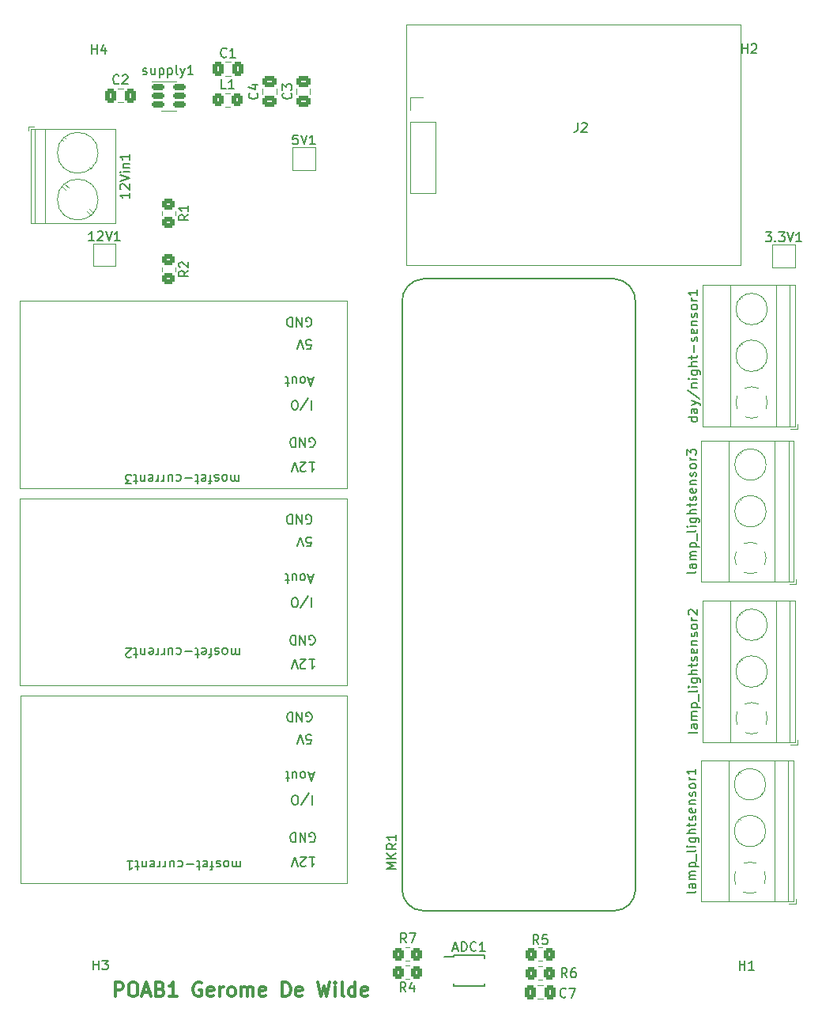
<source format=gto>
G04 #@! TF.GenerationSoftware,KiCad,Pcbnew,7.0.2*
G04 #@! TF.CreationDate,2023-05-19T11:13:35+02:00*
G04 #@! TF.ProjectId,baseboard,62617365-626f-4617-9264-2e6b69636164,rev?*
G04 #@! TF.SameCoordinates,Original*
G04 #@! TF.FileFunction,Legend,Top*
G04 #@! TF.FilePolarity,Positive*
%FSLAX46Y46*%
G04 Gerber Fmt 4.6, Leading zero omitted, Abs format (unit mm)*
G04 Created by KiCad (PCBNEW 7.0.2) date 2023-05-19 11:13:35*
%MOMM*%
%LPD*%
G01*
G04 APERTURE LIST*
G04 Aperture macros list*
%AMRoundRect*
0 Rectangle with rounded corners*
0 $1 Rounding radius*
0 $2 $3 $4 $5 $6 $7 $8 $9 X,Y pos of 4 corners*
0 Add a 4 corners polygon primitive as box body*
4,1,4,$2,$3,$4,$5,$6,$7,$8,$9,$2,$3,0*
0 Add four circle primitives for the rounded corners*
1,1,$1+$1,$2,$3*
1,1,$1+$1,$4,$5*
1,1,$1+$1,$6,$7*
1,1,$1+$1,$8,$9*
0 Add four rect primitives between the rounded corners*
20,1,$1+$1,$2,$3,$4,$5,0*
20,1,$1+$1,$4,$5,$6,$7,0*
20,1,$1+$1,$6,$7,$8,$9,0*
20,1,$1+$1,$8,$9,$2,$3,0*%
G04 Aperture macros list end*
%ADD10C,0.300000*%
%ADD11C,0.150000*%
%ADD12C,0.120000*%
%ADD13C,7.000000*%
%ADD14R,1.100000X0.250000*%
%ADD15RoundRect,0.250000X0.350000X0.450000X-0.350000X0.450000X-0.350000X-0.450000X0.350000X-0.450000X0*%
%ADD16R,2.600000X2.600000*%
%ADD17C,2.600000*%
%ADD18RoundRect,0.250000X-0.450000X0.350000X-0.450000X-0.350000X0.450000X-0.350000X0.450000X0.350000X0*%
%ADD19C,2.500000*%
%ADD20O,1.700000X1.700000*%
%ADD21R,1.700000X1.700000*%
%ADD22RoundRect,0.250000X-0.337500X-0.475000X0.337500X-0.475000X0.337500X0.475000X-0.337500X0.475000X0*%
%ADD23R,2.000000X2.000000*%
%ADD24RoundRect,0.250000X-0.325000X-0.450000X0.325000X-0.450000X0.325000X0.450000X-0.325000X0.450000X0*%
%ADD25RoundRect,0.250000X0.475000X-0.337500X0.475000X0.337500X-0.475000X0.337500X-0.475000X-0.337500X0*%
%ADD26RoundRect,0.250000X-0.350000X-0.450000X0.350000X-0.450000X0.350000X0.450000X-0.350000X0.450000X0*%
%ADD27C,3.000000*%
%ADD28C,2.200000*%
%ADD29C,1.727200*%
%ADD30R,1.727200X1.727200*%
%ADD31RoundRect,0.150000X-0.512500X-0.150000X0.512500X-0.150000X0.512500X0.150000X-0.512500X0.150000X0*%
%ADD32RoundRect,0.250000X0.337500X0.475000X-0.337500X0.475000X-0.337500X-0.475000X0.337500X-0.475000X0*%
G04 APERTURE END LIST*
D10*
X37032142Y-156291428D02*
X37032142Y-154791428D01*
X37032142Y-154791428D02*
X37603571Y-154791428D01*
X37603571Y-154791428D02*
X37746428Y-154862857D01*
X37746428Y-154862857D02*
X37817857Y-154934285D01*
X37817857Y-154934285D02*
X37889285Y-155077142D01*
X37889285Y-155077142D02*
X37889285Y-155291428D01*
X37889285Y-155291428D02*
X37817857Y-155434285D01*
X37817857Y-155434285D02*
X37746428Y-155505714D01*
X37746428Y-155505714D02*
X37603571Y-155577142D01*
X37603571Y-155577142D02*
X37032142Y-155577142D01*
X38817857Y-154791428D02*
X39103571Y-154791428D01*
X39103571Y-154791428D02*
X39246428Y-154862857D01*
X39246428Y-154862857D02*
X39389285Y-155005714D01*
X39389285Y-155005714D02*
X39460714Y-155291428D01*
X39460714Y-155291428D02*
X39460714Y-155791428D01*
X39460714Y-155791428D02*
X39389285Y-156077142D01*
X39389285Y-156077142D02*
X39246428Y-156220000D01*
X39246428Y-156220000D02*
X39103571Y-156291428D01*
X39103571Y-156291428D02*
X38817857Y-156291428D01*
X38817857Y-156291428D02*
X38675000Y-156220000D01*
X38675000Y-156220000D02*
X38532142Y-156077142D01*
X38532142Y-156077142D02*
X38460714Y-155791428D01*
X38460714Y-155791428D02*
X38460714Y-155291428D01*
X38460714Y-155291428D02*
X38532142Y-155005714D01*
X38532142Y-155005714D02*
X38675000Y-154862857D01*
X38675000Y-154862857D02*
X38817857Y-154791428D01*
X40032143Y-155862857D02*
X40746429Y-155862857D01*
X39889286Y-156291428D02*
X40389286Y-154791428D01*
X40389286Y-154791428D02*
X40889286Y-156291428D01*
X41889285Y-155505714D02*
X42103571Y-155577142D01*
X42103571Y-155577142D02*
X42175000Y-155648571D01*
X42175000Y-155648571D02*
X42246428Y-155791428D01*
X42246428Y-155791428D02*
X42246428Y-156005714D01*
X42246428Y-156005714D02*
X42175000Y-156148571D01*
X42175000Y-156148571D02*
X42103571Y-156220000D01*
X42103571Y-156220000D02*
X41960714Y-156291428D01*
X41960714Y-156291428D02*
X41389285Y-156291428D01*
X41389285Y-156291428D02*
X41389285Y-154791428D01*
X41389285Y-154791428D02*
X41889285Y-154791428D01*
X41889285Y-154791428D02*
X42032143Y-154862857D01*
X42032143Y-154862857D02*
X42103571Y-154934285D01*
X42103571Y-154934285D02*
X42175000Y-155077142D01*
X42175000Y-155077142D02*
X42175000Y-155220000D01*
X42175000Y-155220000D02*
X42103571Y-155362857D01*
X42103571Y-155362857D02*
X42032143Y-155434285D01*
X42032143Y-155434285D02*
X41889285Y-155505714D01*
X41889285Y-155505714D02*
X41389285Y-155505714D01*
X43675000Y-156291428D02*
X42817857Y-156291428D01*
X43246428Y-156291428D02*
X43246428Y-154791428D01*
X43246428Y-154791428D02*
X43103571Y-155005714D01*
X43103571Y-155005714D02*
X42960714Y-155148571D01*
X42960714Y-155148571D02*
X42817857Y-155220000D01*
X46246428Y-154862857D02*
X46103571Y-154791428D01*
X46103571Y-154791428D02*
X45889285Y-154791428D01*
X45889285Y-154791428D02*
X45674999Y-154862857D01*
X45674999Y-154862857D02*
X45532142Y-155005714D01*
X45532142Y-155005714D02*
X45460713Y-155148571D01*
X45460713Y-155148571D02*
X45389285Y-155434285D01*
X45389285Y-155434285D02*
X45389285Y-155648571D01*
X45389285Y-155648571D02*
X45460713Y-155934285D01*
X45460713Y-155934285D02*
X45532142Y-156077142D01*
X45532142Y-156077142D02*
X45674999Y-156220000D01*
X45674999Y-156220000D02*
X45889285Y-156291428D01*
X45889285Y-156291428D02*
X46032142Y-156291428D01*
X46032142Y-156291428D02*
X46246428Y-156220000D01*
X46246428Y-156220000D02*
X46317856Y-156148571D01*
X46317856Y-156148571D02*
X46317856Y-155648571D01*
X46317856Y-155648571D02*
X46032142Y-155648571D01*
X47532142Y-156220000D02*
X47389285Y-156291428D01*
X47389285Y-156291428D02*
X47103571Y-156291428D01*
X47103571Y-156291428D02*
X46960713Y-156220000D01*
X46960713Y-156220000D02*
X46889285Y-156077142D01*
X46889285Y-156077142D02*
X46889285Y-155505714D01*
X46889285Y-155505714D02*
X46960713Y-155362857D01*
X46960713Y-155362857D02*
X47103571Y-155291428D01*
X47103571Y-155291428D02*
X47389285Y-155291428D01*
X47389285Y-155291428D02*
X47532142Y-155362857D01*
X47532142Y-155362857D02*
X47603571Y-155505714D01*
X47603571Y-155505714D02*
X47603571Y-155648571D01*
X47603571Y-155648571D02*
X46889285Y-155791428D01*
X48246427Y-156291428D02*
X48246427Y-155291428D01*
X48246427Y-155577142D02*
X48317856Y-155434285D01*
X48317856Y-155434285D02*
X48389285Y-155362857D01*
X48389285Y-155362857D02*
X48532142Y-155291428D01*
X48532142Y-155291428D02*
X48674999Y-155291428D01*
X49389284Y-156291428D02*
X49246427Y-156220000D01*
X49246427Y-156220000D02*
X49174998Y-156148571D01*
X49174998Y-156148571D02*
X49103570Y-156005714D01*
X49103570Y-156005714D02*
X49103570Y-155577142D01*
X49103570Y-155577142D02*
X49174998Y-155434285D01*
X49174998Y-155434285D02*
X49246427Y-155362857D01*
X49246427Y-155362857D02*
X49389284Y-155291428D01*
X49389284Y-155291428D02*
X49603570Y-155291428D01*
X49603570Y-155291428D02*
X49746427Y-155362857D01*
X49746427Y-155362857D02*
X49817856Y-155434285D01*
X49817856Y-155434285D02*
X49889284Y-155577142D01*
X49889284Y-155577142D02*
X49889284Y-156005714D01*
X49889284Y-156005714D02*
X49817856Y-156148571D01*
X49817856Y-156148571D02*
X49746427Y-156220000D01*
X49746427Y-156220000D02*
X49603570Y-156291428D01*
X49603570Y-156291428D02*
X49389284Y-156291428D01*
X50532141Y-156291428D02*
X50532141Y-155291428D01*
X50532141Y-155434285D02*
X50603570Y-155362857D01*
X50603570Y-155362857D02*
X50746427Y-155291428D01*
X50746427Y-155291428D02*
X50960713Y-155291428D01*
X50960713Y-155291428D02*
X51103570Y-155362857D01*
X51103570Y-155362857D02*
X51174999Y-155505714D01*
X51174999Y-155505714D02*
X51174999Y-156291428D01*
X51174999Y-155505714D02*
X51246427Y-155362857D01*
X51246427Y-155362857D02*
X51389284Y-155291428D01*
X51389284Y-155291428D02*
X51603570Y-155291428D01*
X51603570Y-155291428D02*
X51746427Y-155362857D01*
X51746427Y-155362857D02*
X51817856Y-155505714D01*
X51817856Y-155505714D02*
X51817856Y-156291428D01*
X53103570Y-156220000D02*
X52960713Y-156291428D01*
X52960713Y-156291428D02*
X52674999Y-156291428D01*
X52674999Y-156291428D02*
X52532141Y-156220000D01*
X52532141Y-156220000D02*
X52460713Y-156077142D01*
X52460713Y-156077142D02*
X52460713Y-155505714D01*
X52460713Y-155505714D02*
X52532141Y-155362857D01*
X52532141Y-155362857D02*
X52674999Y-155291428D01*
X52674999Y-155291428D02*
X52960713Y-155291428D01*
X52960713Y-155291428D02*
X53103570Y-155362857D01*
X53103570Y-155362857D02*
X53174999Y-155505714D01*
X53174999Y-155505714D02*
X53174999Y-155648571D01*
X53174999Y-155648571D02*
X52460713Y-155791428D01*
X54960712Y-156291428D02*
X54960712Y-154791428D01*
X54960712Y-154791428D02*
X55317855Y-154791428D01*
X55317855Y-154791428D02*
X55532141Y-154862857D01*
X55532141Y-154862857D02*
X55674998Y-155005714D01*
X55674998Y-155005714D02*
X55746427Y-155148571D01*
X55746427Y-155148571D02*
X55817855Y-155434285D01*
X55817855Y-155434285D02*
X55817855Y-155648571D01*
X55817855Y-155648571D02*
X55746427Y-155934285D01*
X55746427Y-155934285D02*
X55674998Y-156077142D01*
X55674998Y-156077142D02*
X55532141Y-156220000D01*
X55532141Y-156220000D02*
X55317855Y-156291428D01*
X55317855Y-156291428D02*
X54960712Y-156291428D01*
X57032141Y-156220000D02*
X56889284Y-156291428D01*
X56889284Y-156291428D02*
X56603570Y-156291428D01*
X56603570Y-156291428D02*
X56460712Y-156220000D01*
X56460712Y-156220000D02*
X56389284Y-156077142D01*
X56389284Y-156077142D02*
X56389284Y-155505714D01*
X56389284Y-155505714D02*
X56460712Y-155362857D01*
X56460712Y-155362857D02*
X56603570Y-155291428D01*
X56603570Y-155291428D02*
X56889284Y-155291428D01*
X56889284Y-155291428D02*
X57032141Y-155362857D01*
X57032141Y-155362857D02*
X57103570Y-155505714D01*
X57103570Y-155505714D02*
X57103570Y-155648571D01*
X57103570Y-155648571D02*
X56389284Y-155791428D01*
X58746426Y-154791428D02*
X59103569Y-156291428D01*
X59103569Y-156291428D02*
X59389283Y-155220000D01*
X59389283Y-155220000D02*
X59674998Y-156291428D01*
X59674998Y-156291428D02*
X60032141Y-154791428D01*
X60603569Y-156291428D02*
X60603569Y-155291428D01*
X60603569Y-154791428D02*
X60532141Y-154862857D01*
X60532141Y-154862857D02*
X60603569Y-154934285D01*
X60603569Y-154934285D02*
X60674998Y-154862857D01*
X60674998Y-154862857D02*
X60603569Y-154791428D01*
X60603569Y-154791428D02*
X60603569Y-154934285D01*
X61532141Y-156291428D02*
X61389284Y-156220000D01*
X61389284Y-156220000D02*
X61317855Y-156077142D01*
X61317855Y-156077142D02*
X61317855Y-154791428D01*
X62746427Y-156291428D02*
X62746427Y-154791428D01*
X62746427Y-156220000D02*
X62603569Y-156291428D01*
X62603569Y-156291428D02*
X62317855Y-156291428D01*
X62317855Y-156291428D02*
X62174998Y-156220000D01*
X62174998Y-156220000D02*
X62103569Y-156148571D01*
X62103569Y-156148571D02*
X62032141Y-156005714D01*
X62032141Y-156005714D02*
X62032141Y-155577142D01*
X62032141Y-155577142D02*
X62103569Y-155434285D01*
X62103569Y-155434285D02*
X62174998Y-155362857D01*
X62174998Y-155362857D02*
X62317855Y-155291428D01*
X62317855Y-155291428D02*
X62603569Y-155291428D01*
X62603569Y-155291428D02*
X62746427Y-155362857D01*
X64032141Y-156220000D02*
X63889284Y-156291428D01*
X63889284Y-156291428D02*
X63603570Y-156291428D01*
X63603570Y-156291428D02*
X63460712Y-156220000D01*
X63460712Y-156220000D02*
X63389284Y-156077142D01*
X63389284Y-156077142D02*
X63389284Y-155505714D01*
X63389284Y-155505714D02*
X63460712Y-155362857D01*
X63460712Y-155362857D02*
X63603570Y-155291428D01*
X63603570Y-155291428D02*
X63889284Y-155291428D01*
X63889284Y-155291428D02*
X64032141Y-155362857D01*
X64032141Y-155362857D02*
X64103570Y-155505714D01*
X64103570Y-155505714D02*
X64103570Y-155648571D01*
X64103570Y-155648571D02*
X63389284Y-155791428D01*
D11*
X34688095Y-153437619D02*
X34688095Y-152437619D01*
X34688095Y-152913809D02*
X35259523Y-152913809D01*
X35259523Y-153437619D02*
X35259523Y-152437619D01*
X35640476Y-152437619D02*
X36259523Y-152437619D01*
X36259523Y-152437619D02*
X35926190Y-152818571D01*
X35926190Y-152818571D02*
X36069047Y-152818571D01*
X36069047Y-152818571D02*
X36164285Y-152866190D01*
X36164285Y-152866190D02*
X36211904Y-152913809D01*
X36211904Y-152913809D02*
X36259523Y-153009047D01*
X36259523Y-153009047D02*
X36259523Y-153247142D01*
X36259523Y-153247142D02*
X36211904Y-153342380D01*
X36211904Y-153342380D02*
X36164285Y-153390000D01*
X36164285Y-153390000D02*
X36069047Y-153437619D01*
X36069047Y-153437619D02*
X35783333Y-153437619D01*
X35783333Y-153437619D02*
X35688095Y-153390000D01*
X35688095Y-153390000D02*
X35640476Y-153342380D01*
X104188095Y-55387619D02*
X104188095Y-54387619D01*
X104188095Y-54863809D02*
X104759523Y-54863809D01*
X104759523Y-55387619D02*
X104759523Y-54387619D01*
X105188095Y-54482857D02*
X105235714Y-54435238D01*
X105235714Y-54435238D02*
X105330952Y-54387619D01*
X105330952Y-54387619D02*
X105569047Y-54387619D01*
X105569047Y-54387619D02*
X105664285Y-54435238D01*
X105664285Y-54435238D02*
X105711904Y-54482857D01*
X105711904Y-54482857D02*
X105759523Y-54578095D01*
X105759523Y-54578095D02*
X105759523Y-54673333D01*
X105759523Y-54673333D02*
X105711904Y-54816190D01*
X105711904Y-54816190D02*
X105140476Y-55387619D01*
X105140476Y-55387619D02*
X105759523Y-55387619D01*
X73224714Y-151169904D02*
X73700904Y-151169904D01*
X73129476Y-151455619D02*
X73462809Y-150455619D01*
X73462809Y-150455619D02*
X73796142Y-151455619D01*
X74129476Y-151455619D02*
X74129476Y-150455619D01*
X74129476Y-150455619D02*
X74367571Y-150455619D01*
X74367571Y-150455619D02*
X74510428Y-150503238D01*
X74510428Y-150503238D02*
X74605666Y-150598476D01*
X74605666Y-150598476D02*
X74653285Y-150693714D01*
X74653285Y-150693714D02*
X74700904Y-150884190D01*
X74700904Y-150884190D02*
X74700904Y-151027047D01*
X74700904Y-151027047D02*
X74653285Y-151217523D01*
X74653285Y-151217523D02*
X74605666Y-151312761D01*
X74605666Y-151312761D02*
X74510428Y-151408000D01*
X74510428Y-151408000D02*
X74367571Y-151455619D01*
X74367571Y-151455619D02*
X74129476Y-151455619D01*
X75700904Y-151360380D02*
X75653285Y-151408000D01*
X75653285Y-151408000D02*
X75510428Y-151455619D01*
X75510428Y-151455619D02*
X75415190Y-151455619D01*
X75415190Y-151455619D02*
X75272333Y-151408000D01*
X75272333Y-151408000D02*
X75177095Y-151312761D01*
X75177095Y-151312761D02*
X75129476Y-151217523D01*
X75129476Y-151217523D02*
X75081857Y-151027047D01*
X75081857Y-151027047D02*
X75081857Y-150884190D01*
X75081857Y-150884190D02*
X75129476Y-150693714D01*
X75129476Y-150693714D02*
X75177095Y-150598476D01*
X75177095Y-150598476D02*
X75272333Y-150503238D01*
X75272333Y-150503238D02*
X75415190Y-150455619D01*
X75415190Y-150455619D02*
X75510428Y-150455619D01*
X75510428Y-150455619D02*
X75653285Y-150503238D01*
X75653285Y-150503238D02*
X75700904Y-150550857D01*
X76653285Y-151455619D02*
X76081857Y-151455619D01*
X76367571Y-151455619D02*
X76367571Y-150455619D01*
X76367571Y-150455619D02*
X76272333Y-150598476D01*
X76272333Y-150598476D02*
X76177095Y-150693714D01*
X76177095Y-150693714D02*
X76081857Y-150741333D01*
X85440333Y-154275619D02*
X85107000Y-153799428D01*
X84868905Y-154275619D02*
X84868905Y-153275619D01*
X84868905Y-153275619D02*
X85249857Y-153275619D01*
X85249857Y-153275619D02*
X85345095Y-153323238D01*
X85345095Y-153323238D02*
X85392714Y-153370857D01*
X85392714Y-153370857D02*
X85440333Y-153466095D01*
X85440333Y-153466095D02*
X85440333Y-153608952D01*
X85440333Y-153608952D02*
X85392714Y-153704190D01*
X85392714Y-153704190D02*
X85345095Y-153751809D01*
X85345095Y-153751809D02*
X85249857Y-153799428D01*
X85249857Y-153799428D02*
X84868905Y-153799428D01*
X86297476Y-153275619D02*
X86107000Y-153275619D01*
X86107000Y-153275619D02*
X86011762Y-153323238D01*
X86011762Y-153323238D02*
X85964143Y-153370857D01*
X85964143Y-153370857D02*
X85868905Y-153513714D01*
X85868905Y-153513714D02*
X85821286Y-153704190D01*
X85821286Y-153704190D02*
X85821286Y-154085142D01*
X85821286Y-154085142D02*
X85868905Y-154180380D01*
X85868905Y-154180380D02*
X85916524Y-154228000D01*
X85916524Y-154228000D02*
X86011762Y-154275619D01*
X86011762Y-154275619D02*
X86202238Y-154275619D01*
X86202238Y-154275619D02*
X86297476Y-154228000D01*
X86297476Y-154228000D02*
X86345095Y-154180380D01*
X86345095Y-154180380D02*
X86392714Y-154085142D01*
X86392714Y-154085142D02*
X86392714Y-153847047D01*
X86392714Y-153847047D02*
X86345095Y-153751809D01*
X86345095Y-153751809D02*
X86297476Y-153704190D01*
X86297476Y-153704190D02*
X86202238Y-153656571D01*
X86202238Y-153656571D02*
X86011762Y-153656571D01*
X86011762Y-153656571D02*
X85916524Y-153704190D01*
X85916524Y-153704190D02*
X85868905Y-153751809D01*
X85868905Y-153751809D02*
X85821286Y-153847047D01*
X99231619Y-145056381D02*
X99184000Y-145151619D01*
X99184000Y-145151619D02*
X99088761Y-145199238D01*
X99088761Y-145199238D02*
X98231619Y-145199238D01*
X99231619Y-144246857D02*
X98707809Y-144246857D01*
X98707809Y-144246857D02*
X98612571Y-144294476D01*
X98612571Y-144294476D02*
X98564952Y-144389714D01*
X98564952Y-144389714D02*
X98564952Y-144580190D01*
X98564952Y-144580190D02*
X98612571Y-144675428D01*
X99184000Y-144246857D02*
X99231619Y-144342095D01*
X99231619Y-144342095D02*
X99231619Y-144580190D01*
X99231619Y-144580190D02*
X99184000Y-144675428D01*
X99184000Y-144675428D02*
X99088761Y-144723047D01*
X99088761Y-144723047D02*
X98993523Y-144723047D01*
X98993523Y-144723047D02*
X98898285Y-144675428D01*
X98898285Y-144675428D02*
X98850666Y-144580190D01*
X98850666Y-144580190D02*
X98850666Y-144342095D01*
X98850666Y-144342095D02*
X98803047Y-144246857D01*
X99231619Y-143770666D02*
X98564952Y-143770666D01*
X98660190Y-143770666D02*
X98612571Y-143723047D01*
X98612571Y-143723047D02*
X98564952Y-143627809D01*
X98564952Y-143627809D02*
X98564952Y-143484952D01*
X98564952Y-143484952D02*
X98612571Y-143389714D01*
X98612571Y-143389714D02*
X98707809Y-143342095D01*
X98707809Y-143342095D02*
X99231619Y-143342095D01*
X98707809Y-143342095D02*
X98612571Y-143294476D01*
X98612571Y-143294476D02*
X98564952Y-143199238D01*
X98564952Y-143199238D02*
X98564952Y-143056381D01*
X98564952Y-143056381D02*
X98612571Y-142961142D01*
X98612571Y-142961142D02*
X98707809Y-142913523D01*
X98707809Y-142913523D02*
X99231619Y-142913523D01*
X98564952Y-142437333D02*
X99564952Y-142437333D01*
X98612571Y-142437333D02*
X98564952Y-142342095D01*
X98564952Y-142342095D02*
X98564952Y-142151619D01*
X98564952Y-142151619D02*
X98612571Y-142056381D01*
X98612571Y-142056381D02*
X98660190Y-142008762D01*
X98660190Y-142008762D02*
X98755428Y-141961143D01*
X98755428Y-141961143D02*
X99041142Y-141961143D01*
X99041142Y-141961143D02*
X99136380Y-142008762D01*
X99136380Y-142008762D02*
X99184000Y-142056381D01*
X99184000Y-142056381D02*
X99231619Y-142151619D01*
X99231619Y-142151619D02*
X99231619Y-142342095D01*
X99231619Y-142342095D02*
X99184000Y-142437333D01*
X99326857Y-141770667D02*
X99326857Y-141008762D01*
X99231619Y-140627809D02*
X99184000Y-140723047D01*
X99184000Y-140723047D02*
X99088761Y-140770666D01*
X99088761Y-140770666D02*
X98231619Y-140770666D01*
X99231619Y-140246856D02*
X98564952Y-140246856D01*
X98231619Y-140246856D02*
X98279238Y-140294475D01*
X98279238Y-140294475D02*
X98326857Y-140246856D01*
X98326857Y-140246856D02*
X98279238Y-140199237D01*
X98279238Y-140199237D02*
X98231619Y-140246856D01*
X98231619Y-140246856D02*
X98326857Y-140246856D01*
X98564952Y-139342095D02*
X99374476Y-139342095D01*
X99374476Y-139342095D02*
X99469714Y-139389714D01*
X99469714Y-139389714D02*
X99517333Y-139437333D01*
X99517333Y-139437333D02*
X99564952Y-139532571D01*
X99564952Y-139532571D02*
X99564952Y-139675428D01*
X99564952Y-139675428D02*
X99517333Y-139770666D01*
X99184000Y-139342095D02*
X99231619Y-139437333D01*
X99231619Y-139437333D02*
X99231619Y-139627809D01*
X99231619Y-139627809D02*
X99184000Y-139723047D01*
X99184000Y-139723047D02*
X99136380Y-139770666D01*
X99136380Y-139770666D02*
X99041142Y-139818285D01*
X99041142Y-139818285D02*
X98755428Y-139818285D01*
X98755428Y-139818285D02*
X98660190Y-139770666D01*
X98660190Y-139770666D02*
X98612571Y-139723047D01*
X98612571Y-139723047D02*
X98564952Y-139627809D01*
X98564952Y-139627809D02*
X98564952Y-139437333D01*
X98564952Y-139437333D02*
X98612571Y-139342095D01*
X99231619Y-138865904D02*
X98231619Y-138865904D01*
X99231619Y-138437333D02*
X98707809Y-138437333D01*
X98707809Y-138437333D02*
X98612571Y-138484952D01*
X98612571Y-138484952D02*
X98564952Y-138580190D01*
X98564952Y-138580190D02*
X98564952Y-138723047D01*
X98564952Y-138723047D02*
X98612571Y-138818285D01*
X98612571Y-138818285D02*
X98660190Y-138865904D01*
X98564952Y-138103999D02*
X98564952Y-137723047D01*
X98231619Y-137961142D02*
X99088761Y-137961142D01*
X99088761Y-137961142D02*
X99184000Y-137913523D01*
X99184000Y-137913523D02*
X99231619Y-137818285D01*
X99231619Y-137818285D02*
X99231619Y-137723047D01*
X99184000Y-137437332D02*
X99231619Y-137342094D01*
X99231619Y-137342094D02*
X99231619Y-137151618D01*
X99231619Y-137151618D02*
X99184000Y-137056380D01*
X99184000Y-137056380D02*
X99088761Y-137008761D01*
X99088761Y-137008761D02*
X99041142Y-137008761D01*
X99041142Y-137008761D02*
X98945904Y-137056380D01*
X98945904Y-137056380D02*
X98898285Y-137151618D01*
X98898285Y-137151618D02*
X98898285Y-137294475D01*
X98898285Y-137294475D02*
X98850666Y-137389713D01*
X98850666Y-137389713D02*
X98755428Y-137437332D01*
X98755428Y-137437332D02*
X98707809Y-137437332D01*
X98707809Y-137437332D02*
X98612571Y-137389713D01*
X98612571Y-137389713D02*
X98564952Y-137294475D01*
X98564952Y-137294475D02*
X98564952Y-137151618D01*
X98564952Y-137151618D02*
X98612571Y-137056380D01*
X99184000Y-136199237D02*
X99231619Y-136294475D01*
X99231619Y-136294475D02*
X99231619Y-136484951D01*
X99231619Y-136484951D02*
X99184000Y-136580189D01*
X99184000Y-136580189D02*
X99088761Y-136627808D01*
X99088761Y-136627808D02*
X98707809Y-136627808D01*
X98707809Y-136627808D02*
X98612571Y-136580189D01*
X98612571Y-136580189D02*
X98564952Y-136484951D01*
X98564952Y-136484951D02*
X98564952Y-136294475D01*
X98564952Y-136294475D02*
X98612571Y-136199237D01*
X98612571Y-136199237D02*
X98707809Y-136151618D01*
X98707809Y-136151618D02*
X98803047Y-136151618D01*
X98803047Y-136151618D02*
X98898285Y-136627808D01*
X98564952Y-135723046D02*
X99231619Y-135723046D01*
X98660190Y-135723046D02*
X98612571Y-135675427D01*
X98612571Y-135675427D02*
X98564952Y-135580189D01*
X98564952Y-135580189D02*
X98564952Y-135437332D01*
X98564952Y-135437332D02*
X98612571Y-135342094D01*
X98612571Y-135342094D02*
X98707809Y-135294475D01*
X98707809Y-135294475D02*
X99231619Y-135294475D01*
X99184000Y-134865903D02*
X99231619Y-134770665D01*
X99231619Y-134770665D02*
X99231619Y-134580189D01*
X99231619Y-134580189D02*
X99184000Y-134484951D01*
X99184000Y-134484951D02*
X99088761Y-134437332D01*
X99088761Y-134437332D02*
X99041142Y-134437332D01*
X99041142Y-134437332D02*
X98945904Y-134484951D01*
X98945904Y-134484951D02*
X98898285Y-134580189D01*
X98898285Y-134580189D02*
X98898285Y-134723046D01*
X98898285Y-134723046D02*
X98850666Y-134818284D01*
X98850666Y-134818284D02*
X98755428Y-134865903D01*
X98755428Y-134865903D02*
X98707809Y-134865903D01*
X98707809Y-134865903D02*
X98612571Y-134818284D01*
X98612571Y-134818284D02*
X98564952Y-134723046D01*
X98564952Y-134723046D02*
X98564952Y-134580189D01*
X98564952Y-134580189D02*
X98612571Y-134484951D01*
X99231619Y-133865903D02*
X99184000Y-133961141D01*
X99184000Y-133961141D02*
X99136380Y-134008760D01*
X99136380Y-134008760D02*
X99041142Y-134056379D01*
X99041142Y-134056379D02*
X98755428Y-134056379D01*
X98755428Y-134056379D02*
X98660190Y-134008760D01*
X98660190Y-134008760D02*
X98612571Y-133961141D01*
X98612571Y-133961141D02*
X98564952Y-133865903D01*
X98564952Y-133865903D02*
X98564952Y-133723046D01*
X98564952Y-133723046D02*
X98612571Y-133627808D01*
X98612571Y-133627808D02*
X98660190Y-133580189D01*
X98660190Y-133580189D02*
X98755428Y-133532570D01*
X98755428Y-133532570D02*
X99041142Y-133532570D01*
X99041142Y-133532570D02*
X99136380Y-133580189D01*
X99136380Y-133580189D02*
X99184000Y-133627808D01*
X99184000Y-133627808D02*
X99231619Y-133723046D01*
X99231619Y-133723046D02*
X99231619Y-133865903D01*
X99231619Y-133103998D02*
X98564952Y-133103998D01*
X98755428Y-133103998D02*
X98660190Y-133056379D01*
X98660190Y-133056379D02*
X98612571Y-133008760D01*
X98612571Y-133008760D02*
X98564952Y-132913522D01*
X98564952Y-132913522D02*
X98564952Y-132818284D01*
X99231619Y-131961141D02*
X99231619Y-132532569D01*
X99231619Y-132246855D02*
X98231619Y-132246855D01*
X98231619Y-132246855D02*
X98374476Y-132342093D01*
X98374476Y-132342093D02*
X98469714Y-132437331D01*
X98469714Y-132437331D02*
X98517333Y-132532569D01*
X99409619Y-94328429D02*
X98409619Y-94328429D01*
X99362000Y-94328429D02*
X99409619Y-94423667D01*
X99409619Y-94423667D02*
X99409619Y-94614143D01*
X99409619Y-94614143D02*
X99362000Y-94709381D01*
X99362000Y-94709381D02*
X99314380Y-94757000D01*
X99314380Y-94757000D02*
X99219142Y-94804619D01*
X99219142Y-94804619D02*
X98933428Y-94804619D01*
X98933428Y-94804619D02*
X98838190Y-94757000D01*
X98838190Y-94757000D02*
X98790571Y-94709381D01*
X98790571Y-94709381D02*
X98742952Y-94614143D01*
X98742952Y-94614143D02*
X98742952Y-94423667D01*
X98742952Y-94423667D02*
X98790571Y-94328429D01*
X99409619Y-93423667D02*
X98885809Y-93423667D01*
X98885809Y-93423667D02*
X98790571Y-93471286D01*
X98790571Y-93471286D02*
X98742952Y-93566524D01*
X98742952Y-93566524D02*
X98742952Y-93757000D01*
X98742952Y-93757000D02*
X98790571Y-93852238D01*
X99362000Y-93423667D02*
X99409619Y-93518905D01*
X99409619Y-93518905D02*
X99409619Y-93757000D01*
X99409619Y-93757000D02*
X99362000Y-93852238D01*
X99362000Y-93852238D02*
X99266761Y-93899857D01*
X99266761Y-93899857D02*
X99171523Y-93899857D01*
X99171523Y-93899857D02*
X99076285Y-93852238D01*
X99076285Y-93852238D02*
X99028666Y-93757000D01*
X99028666Y-93757000D02*
X99028666Y-93518905D01*
X99028666Y-93518905D02*
X98981047Y-93423667D01*
X98742952Y-93042714D02*
X99409619Y-92804619D01*
X98742952Y-92566524D02*
X99409619Y-92804619D01*
X99409619Y-92804619D02*
X99647714Y-92899857D01*
X99647714Y-92899857D02*
X99695333Y-92947476D01*
X99695333Y-92947476D02*
X99742952Y-93042714D01*
X98362000Y-91471286D02*
X99647714Y-92328428D01*
X98742952Y-91137952D02*
X99409619Y-91137952D01*
X98838190Y-91137952D02*
X98790571Y-91090333D01*
X98790571Y-91090333D02*
X98742952Y-90995095D01*
X98742952Y-90995095D02*
X98742952Y-90852238D01*
X98742952Y-90852238D02*
X98790571Y-90757000D01*
X98790571Y-90757000D02*
X98885809Y-90709381D01*
X98885809Y-90709381D02*
X99409619Y-90709381D01*
X99409619Y-90233190D02*
X98742952Y-90233190D01*
X98409619Y-90233190D02*
X98457238Y-90280809D01*
X98457238Y-90280809D02*
X98504857Y-90233190D01*
X98504857Y-90233190D02*
X98457238Y-90185571D01*
X98457238Y-90185571D02*
X98409619Y-90233190D01*
X98409619Y-90233190D02*
X98504857Y-90233190D01*
X98742952Y-89328429D02*
X99552476Y-89328429D01*
X99552476Y-89328429D02*
X99647714Y-89376048D01*
X99647714Y-89376048D02*
X99695333Y-89423667D01*
X99695333Y-89423667D02*
X99742952Y-89518905D01*
X99742952Y-89518905D02*
X99742952Y-89661762D01*
X99742952Y-89661762D02*
X99695333Y-89757000D01*
X99362000Y-89328429D02*
X99409619Y-89423667D01*
X99409619Y-89423667D02*
X99409619Y-89614143D01*
X99409619Y-89614143D02*
X99362000Y-89709381D01*
X99362000Y-89709381D02*
X99314380Y-89757000D01*
X99314380Y-89757000D02*
X99219142Y-89804619D01*
X99219142Y-89804619D02*
X98933428Y-89804619D01*
X98933428Y-89804619D02*
X98838190Y-89757000D01*
X98838190Y-89757000D02*
X98790571Y-89709381D01*
X98790571Y-89709381D02*
X98742952Y-89614143D01*
X98742952Y-89614143D02*
X98742952Y-89423667D01*
X98742952Y-89423667D02*
X98790571Y-89328429D01*
X99409619Y-88852238D02*
X98409619Y-88852238D01*
X99409619Y-88423667D02*
X98885809Y-88423667D01*
X98885809Y-88423667D02*
X98790571Y-88471286D01*
X98790571Y-88471286D02*
X98742952Y-88566524D01*
X98742952Y-88566524D02*
X98742952Y-88709381D01*
X98742952Y-88709381D02*
X98790571Y-88804619D01*
X98790571Y-88804619D02*
X98838190Y-88852238D01*
X98742952Y-88090333D02*
X98742952Y-87709381D01*
X98409619Y-87947476D02*
X99266761Y-87947476D01*
X99266761Y-87947476D02*
X99362000Y-87899857D01*
X99362000Y-87899857D02*
X99409619Y-87804619D01*
X99409619Y-87804619D02*
X99409619Y-87709381D01*
X99028666Y-87376047D02*
X99028666Y-86614143D01*
X99362000Y-86185571D02*
X99409619Y-86090333D01*
X99409619Y-86090333D02*
X99409619Y-85899857D01*
X99409619Y-85899857D02*
X99362000Y-85804619D01*
X99362000Y-85804619D02*
X99266761Y-85757000D01*
X99266761Y-85757000D02*
X99219142Y-85757000D01*
X99219142Y-85757000D02*
X99123904Y-85804619D01*
X99123904Y-85804619D02*
X99076285Y-85899857D01*
X99076285Y-85899857D02*
X99076285Y-86042714D01*
X99076285Y-86042714D02*
X99028666Y-86137952D01*
X99028666Y-86137952D02*
X98933428Y-86185571D01*
X98933428Y-86185571D02*
X98885809Y-86185571D01*
X98885809Y-86185571D02*
X98790571Y-86137952D01*
X98790571Y-86137952D02*
X98742952Y-86042714D01*
X98742952Y-86042714D02*
X98742952Y-85899857D01*
X98742952Y-85899857D02*
X98790571Y-85804619D01*
X99362000Y-84947476D02*
X99409619Y-85042714D01*
X99409619Y-85042714D02*
X99409619Y-85233190D01*
X99409619Y-85233190D02*
X99362000Y-85328428D01*
X99362000Y-85328428D02*
X99266761Y-85376047D01*
X99266761Y-85376047D02*
X98885809Y-85376047D01*
X98885809Y-85376047D02*
X98790571Y-85328428D01*
X98790571Y-85328428D02*
X98742952Y-85233190D01*
X98742952Y-85233190D02*
X98742952Y-85042714D01*
X98742952Y-85042714D02*
X98790571Y-84947476D01*
X98790571Y-84947476D02*
X98885809Y-84899857D01*
X98885809Y-84899857D02*
X98981047Y-84899857D01*
X98981047Y-84899857D02*
X99076285Y-85376047D01*
X98742952Y-84471285D02*
X99409619Y-84471285D01*
X98838190Y-84471285D02*
X98790571Y-84423666D01*
X98790571Y-84423666D02*
X98742952Y-84328428D01*
X98742952Y-84328428D02*
X98742952Y-84185571D01*
X98742952Y-84185571D02*
X98790571Y-84090333D01*
X98790571Y-84090333D02*
X98885809Y-84042714D01*
X98885809Y-84042714D02*
X99409619Y-84042714D01*
X99362000Y-83614142D02*
X99409619Y-83518904D01*
X99409619Y-83518904D02*
X99409619Y-83328428D01*
X99409619Y-83328428D02*
X99362000Y-83233190D01*
X99362000Y-83233190D02*
X99266761Y-83185571D01*
X99266761Y-83185571D02*
X99219142Y-83185571D01*
X99219142Y-83185571D02*
X99123904Y-83233190D01*
X99123904Y-83233190D02*
X99076285Y-83328428D01*
X99076285Y-83328428D02*
X99076285Y-83471285D01*
X99076285Y-83471285D02*
X99028666Y-83566523D01*
X99028666Y-83566523D02*
X98933428Y-83614142D01*
X98933428Y-83614142D02*
X98885809Y-83614142D01*
X98885809Y-83614142D02*
X98790571Y-83566523D01*
X98790571Y-83566523D02*
X98742952Y-83471285D01*
X98742952Y-83471285D02*
X98742952Y-83328428D01*
X98742952Y-83328428D02*
X98790571Y-83233190D01*
X99409619Y-82614142D02*
X99362000Y-82709380D01*
X99362000Y-82709380D02*
X99314380Y-82756999D01*
X99314380Y-82756999D02*
X99219142Y-82804618D01*
X99219142Y-82804618D02*
X98933428Y-82804618D01*
X98933428Y-82804618D02*
X98838190Y-82756999D01*
X98838190Y-82756999D02*
X98790571Y-82709380D01*
X98790571Y-82709380D02*
X98742952Y-82614142D01*
X98742952Y-82614142D02*
X98742952Y-82471285D01*
X98742952Y-82471285D02*
X98790571Y-82376047D01*
X98790571Y-82376047D02*
X98838190Y-82328428D01*
X98838190Y-82328428D02*
X98933428Y-82280809D01*
X98933428Y-82280809D02*
X99219142Y-82280809D01*
X99219142Y-82280809D02*
X99314380Y-82328428D01*
X99314380Y-82328428D02*
X99362000Y-82376047D01*
X99362000Y-82376047D02*
X99409619Y-82471285D01*
X99409619Y-82471285D02*
X99409619Y-82614142D01*
X99409619Y-81852237D02*
X98742952Y-81852237D01*
X98933428Y-81852237D02*
X98838190Y-81804618D01*
X98838190Y-81804618D02*
X98790571Y-81756999D01*
X98790571Y-81756999D02*
X98742952Y-81661761D01*
X98742952Y-81661761D02*
X98742952Y-81566523D01*
X99409619Y-80709380D02*
X99409619Y-81280808D01*
X99409619Y-80995094D02*
X98409619Y-80995094D01*
X98409619Y-80995094D02*
X98552476Y-81090332D01*
X98552476Y-81090332D02*
X98647714Y-81185570D01*
X98647714Y-81185570D02*
X98695333Y-81280808D01*
X44862619Y-78666666D02*
X44386428Y-78999999D01*
X44862619Y-79238094D02*
X43862619Y-79238094D01*
X43862619Y-79238094D02*
X43862619Y-78857142D01*
X43862619Y-78857142D02*
X43910238Y-78761904D01*
X43910238Y-78761904D02*
X43957857Y-78714285D01*
X43957857Y-78714285D02*
X44053095Y-78666666D01*
X44053095Y-78666666D02*
X44195952Y-78666666D01*
X44195952Y-78666666D02*
X44291190Y-78714285D01*
X44291190Y-78714285D02*
X44338809Y-78761904D01*
X44338809Y-78761904D02*
X44386428Y-78857142D01*
X44386428Y-78857142D02*
X44386428Y-79238094D01*
X43957857Y-78285713D02*
X43910238Y-78238094D01*
X43910238Y-78238094D02*
X43862619Y-78142856D01*
X43862619Y-78142856D02*
X43862619Y-77904761D01*
X43862619Y-77904761D02*
X43910238Y-77809523D01*
X43910238Y-77809523D02*
X43957857Y-77761904D01*
X43957857Y-77761904D02*
X44053095Y-77714285D01*
X44053095Y-77714285D02*
X44148333Y-77714285D01*
X44148333Y-77714285D02*
X44291190Y-77761904D01*
X44291190Y-77761904D02*
X44862619Y-78333332D01*
X44862619Y-78333332D02*
X44862619Y-77714285D01*
X50322619Y-119022380D02*
X50322619Y-119689047D01*
X50322619Y-119593809D02*
X50275000Y-119641428D01*
X50275000Y-119641428D02*
X50179762Y-119689047D01*
X50179762Y-119689047D02*
X50036905Y-119689047D01*
X50036905Y-119689047D02*
X49941667Y-119641428D01*
X49941667Y-119641428D02*
X49894048Y-119546190D01*
X49894048Y-119546190D02*
X49894048Y-119022380D01*
X49894048Y-119546190D02*
X49846429Y-119641428D01*
X49846429Y-119641428D02*
X49751191Y-119689047D01*
X49751191Y-119689047D02*
X49608334Y-119689047D01*
X49608334Y-119689047D02*
X49513095Y-119641428D01*
X49513095Y-119641428D02*
X49465476Y-119546190D01*
X49465476Y-119546190D02*
X49465476Y-119022380D01*
X48846429Y-119022380D02*
X48941667Y-119070000D01*
X48941667Y-119070000D02*
X48989286Y-119117619D01*
X48989286Y-119117619D02*
X49036905Y-119212857D01*
X49036905Y-119212857D02*
X49036905Y-119498571D01*
X49036905Y-119498571D02*
X48989286Y-119593809D01*
X48989286Y-119593809D02*
X48941667Y-119641428D01*
X48941667Y-119641428D02*
X48846429Y-119689047D01*
X48846429Y-119689047D02*
X48703572Y-119689047D01*
X48703572Y-119689047D02*
X48608334Y-119641428D01*
X48608334Y-119641428D02*
X48560715Y-119593809D01*
X48560715Y-119593809D02*
X48513096Y-119498571D01*
X48513096Y-119498571D02*
X48513096Y-119212857D01*
X48513096Y-119212857D02*
X48560715Y-119117619D01*
X48560715Y-119117619D02*
X48608334Y-119070000D01*
X48608334Y-119070000D02*
X48703572Y-119022380D01*
X48703572Y-119022380D02*
X48846429Y-119022380D01*
X48132143Y-119070000D02*
X48036905Y-119022380D01*
X48036905Y-119022380D02*
X47846429Y-119022380D01*
X47846429Y-119022380D02*
X47751191Y-119070000D01*
X47751191Y-119070000D02*
X47703572Y-119165238D01*
X47703572Y-119165238D02*
X47703572Y-119212857D01*
X47703572Y-119212857D02*
X47751191Y-119308095D01*
X47751191Y-119308095D02*
X47846429Y-119355714D01*
X47846429Y-119355714D02*
X47989286Y-119355714D01*
X47989286Y-119355714D02*
X48084524Y-119403333D01*
X48084524Y-119403333D02*
X48132143Y-119498571D01*
X48132143Y-119498571D02*
X48132143Y-119546190D01*
X48132143Y-119546190D02*
X48084524Y-119641428D01*
X48084524Y-119641428D02*
X47989286Y-119689047D01*
X47989286Y-119689047D02*
X47846429Y-119689047D01*
X47846429Y-119689047D02*
X47751191Y-119641428D01*
X47417857Y-119689047D02*
X47036905Y-119689047D01*
X47275000Y-119022380D02*
X47275000Y-119879523D01*
X47275000Y-119879523D02*
X47227381Y-119974761D01*
X47227381Y-119974761D02*
X47132143Y-120022380D01*
X47132143Y-120022380D02*
X47036905Y-120022380D01*
X46322619Y-119070000D02*
X46417857Y-119022380D01*
X46417857Y-119022380D02*
X46608333Y-119022380D01*
X46608333Y-119022380D02*
X46703571Y-119070000D01*
X46703571Y-119070000D02*
X46751190Y-119165238D01*
X46751190Y-119165238D02*
X46751190Y-119546190D01*
X46751190Y-119546190D02*
X46703571Y-119641428D01*
X46703571Y-119641428D02*
X46608333Y-119689047D01*
X46608333Y-119689047D02*
X46417857Y-119689047D01*
X46417857Y-119689047D02*
X46322619Y-119641428D01*
X46322619Y-119641428D02*
X46275000Y-119546190D01*
X46275000Y-119546190D02*
X46275000Y-119450952D01*
X46275000Y-119450952D02*
X46751190Y-119355714D01*
X45989285Y-119689047D02*
X45608333Y-119689047D01*
X45846428Y-120022380D02*
X45846428Y-119165238D01*
X45846428Y-119165238D02*
X45798809Y-119070000D01*
X45798809Y-119070000D02*
X45703571Y-119022380D01*
X45703571Y-119022380D02*
X45608333Y-119022380D01*
X45274999Y-119403333D02*
X44513095Y-119403333D01*
X43608333Y-119070000D02*
X43703571Y-119022380D01*
X43703571Y-119022380D02*
X43894047Y-119022380D01*
X43894047Y-119022380D02*
X43989285Y-119070000D01*
X43989285Y-119070000D02*
X44036904Y-119117619D01*
X44036904Y-119117619D02*
X44084523Y-119212857D01*
X44084523Y-119212857D02*
X44084523Y-119498571D01*
X44084523Y-119498571D02*
X44036904Y-119593809D01*
X44036904Y-119593809D02*
X43989285Y-119641428D01*
X43989285Y-119641428D02*
X43894047Y-119689047D01*
X43894047Y-119689047D02*
X43703571Y-119689047D01*
X43703571Y-119689047D02*
X43608333Y-119641428D01*
X42751190Y-119689047D02*
X42751190Y-119022380D01*
X43179761Y-119689047D02*
X43179761Y-119165238D01*
X43179761Y-119165238D02*
X43132142Y-119070000D01*
X43132142Y-119070000D02*
X43036904Y-119022380D01*
X43036904Y-119022380D02*
X42894047Y-119022380D01*
X42894047Y-119022380D02*
X42798809Y-119070000D01*
X42798809Y-119070000D02*
X42751190Y-119117619D01*
X42274999Y-119022380D02*
X42274999Y-119689047D01*
X42274999Y-119498571D02*
X42227380Y-119593809D01*
X42227380Y-119593809D02*
X42179761Y-119641428D01*
X42179761Y-119641428D02*
X42084523Y-119689047D01*
X42084523Y-119689047D02*
X41989285Y-119689047D01*
X41655951Y-119022380D02*
X41655951Y-119689047D01*
X41655951Y-119498571D02*
X41608332Y-119593809D01*
X41608332Y-119593809D02*
X41560713Y-119641428D01*
X41560713Y-119641428D02*
X41465475Y-119689047D01*
X41465475Y-119689047D02*
X41370237Y-119689047D01*
X40655951Y-119070000D02*
X40751189Y-119022380D01*
X40751189Y-119022380D02*
X40941665Y-119022380D01*
X40941665Y-119022380D02*
X41036903Y-119070000D01*
X41036903Y-119070000D02*
X41084522Y-119165238D01*
X41084522Y-119165238D02*
X41084522Y-119546190D01*
X41084522Y-119546190D02*
X41036903Y-119641428D01*
X41036903Y-119641428D02*
X40941665Y-119689047D01*
X40941665Y-119689047D02*
X40751189Y-119689047D01*
X40751189Y-119689047D02*
X40655951Y-119641428D01*
X40655951Y-119641428D02*
X40608332Y-119546190D01*
X40608332Y-119546190D02*
X40608332Y-119450952D01*
X40608332Y-119450952D02*
X41084522Y-119355714D01*
X40179760Y-119689047D02*
X40179760Y-119022380D01*
X40179760Y-119593809D02*
X40132141Y-119641428D01*
X40132141Y-119641428D02*
X40036903Y-119689047D01*
X40036903Y-119689047D02*
X39894046Y-119689047D01*
X39894046Y-119689047D02*
X39798808Y-119641428D01*
X39798808Y-119641428D02*
X39751189Y-119546190D01*
X39751189Y-119546190D02*
X39751189Y-119022380D01*
X39417855Y-119689047D02*
X39036903Y-119689047D01*
X39274998Y-120022380D02*
X39274998Y-119165238D01*
X39274998Y-119165238D02*
X39227379Y-119070000D01*
X39227379Y-119070000D02*
X39132141Y-119022380D01*
X39132141Y-119022380D02*
X39036903Y-119022380D01*
X38751188Y-119927142D02*
X38703569Y-119974761D01*
X38703569Y-119974761D02*
X38608331Y-120022380D01*
X38608331Y-120022380D02*
X38370236Y-120022380D01*
X38370236Y-120022380D02*
X38274998Y-119974761D01*
X38274998Y-119974761D02*
X38227379Y-119927142D01*
X38227379Y-119927142D02*
X38179760Y-119831904D01*
X38179760Y-119831904D02*
X38179760Y-119736666D01*
X38179760Y-119736666D02*
X38227379Y-119593809D01*
X38227379Y-119593809D02*
X38798807Y-119022380D01*
X38798807Y-119022380D02*
X38179760Y-119022380D01*
X57862895Y-118620961D02*
X57958133Y-118668580D01*
X57958133Y-118668580D02*
X58100990Y-118668580D01*
X58100990Y-118668580D02*
X58243847Y-118620961D01*
X58243847Y-118620961D02*
X58339085Y-118525723D01*
X58339085Y-118525723D02*
X58386704Y-118430485D01*
X58386704Y-118430485D02*
X58434323Y-118240009D01*
X58434323Y-118240009D02*
X58434323Y-118097152D01*
X58434323Y-118097152D02*
X58386704Y-117906676D01*
X58386704Y-117906676D02*
X58339085Y-117811438D01*
X58339085Y-117811438D02*
X58243847Y-117716200D01*
X58243847Y-117716200D02*
X58100990Y-117668580D01*
X58100990Y-117668580D02*
X58005752Y-117668580D01*
X58005752Y-117668580D02*
X57862895Y-117716200D01*
X57862895Y-117716200D02*
X57815276Y-117763819D01*
X57815276Y-117763819D02*
X57815276Y-118097152D01*
X57815276Y-118097152D02*
X58005752Y-118097152D01*
X57386704Y-117668580D02*
X57386704Y-118668580D01*
X57386704Y-118668580D02*
X56815276Y-117668580D01*
X56815276Y-117668580D02*
X56815276Y-118668580D01*
X56339085Y-117668580D02*
X56339085Y-118668580D01*
X56339085Y-118668580D02*
X56100990Y-118668580D01*
X56100990Y-118668580D02*
X55958133Y-118620961D01*
X55958133Y-118620961D02*
X55862895Y-118525723D01*
X55862895Y-118525723D02*
X55815276Y-118430485D01*
X55815276Y-118430485D02*
X55767657Y-118240009D01*
X55767657Y-118240009D02*
X55767657Y-118097152D01*
X55767657Y-118097152D02*
X55815276Y-117906676D01*
X55815276Y-117906676D02*
X55862895Y-117811438D01*
X55862895Y-117811438D02*
X55958133Y-117716200D01*
X55958133Y-117716200D02*
X56100990Y-117668580D01*
X56100990Y-117668580D02*
X56339085Y-117668580D01*
X58081904Y-113655380D02*
X58081904Y-114655380D01*
X56891429Y-114703000D02*
X57748571Y-113417285D01*
X56367619Y-114655380D02*
X56177143Y-114655380D01*
X56177143Y-114655380D02*
X56081905Y-114607761D01*
X56081905Y-114607761D02*
X55986667Y-114512523D01*
X55986667Y-114512523D02*
X55939048Y-114322047D01*
X55939048Y-114322047D02*
X55939048Y-113988714D01*
X55939048Y-113988714D02*
X55986667Y-113798238D01*
X55986667Y-113798238D02*
X56081905Y-113703000D01*
X56081905Y-113703000D02*
X56177143Y-113655380D01*
X56177143Y-113655380D02*
X56367619Y-113655380D01*
X56367619Y-113655380D02*
X56462857Y-113703000D01*
X56462857Y-113703000D02*
X56558095Y-113798238D01*
X56558095Y-113798238D02*
X56605714Y-113988714D01*
X56605714Y-113988714D02*
X56605714Y-114322047D01*
X56605714Y-114322047D02*
X56558095Y-114512523D01*
X56558095Y-114512523D02*
X56462857Y-114607761D01*
X56462857Y-114607761D02*
X56367619Y-114655380D01*
X57812095Y-120259380D02*
X58383523Y-120259380D01*
X58097809Y-120259380D02*
X58097809Y-121259380D01*
X58097809Y-121259380D02*
X58193047Y-121116523D01*
X58193047Y-121116523D02*
X58288285Y-121021285D01*
X58288285Y-121021285D02*
X58383523Y-120973666D01*
X57431142Y-121164142D02*
X57383523Y-121211761D01*
X57383523Y-121211761D02*
X57288285Y-121259380D01*
X57288285Y-121259380D02*
X57050190Y-121259380D01*
X57050190Y-121259380D02*
X56954952Y-121211761D01*
X56954952Y-121211761D02*
X56907333Y-121164142D01*
X56907333Y-121164142D02*
X56859714Y-121068904D01*
X56859714Y-121068904D02*
X56859714Y-120973666D01*
X56859714Y-120973666D02*
X56907333Y-120830809D01*
X56907333Y-120830809D02*
X57478761Y-120259380D01*
X57478761Y-120259380D02*
X56859714Y-120259380D01*
X56573999Y-121259380D02*
X56240666Y-120259380D01*
X56240666Y-120259380D02*
X55907333Y-121259380D01*
X57507295Y-105717761D02*
X57602533Y-105765380D01*
X57602533Y-105765380D02*
X57745390Y-105765380D01*
X57745390Y-105765380D02*
X57888247Y-105717761D01*
X57888247Y-105717761D02*
X57983485Y-105622523D01*
X57983485Y-105622523D02*
X58031104Y-105527285D01*
X58031104Y-105527285D02*
X58078723Y-105336809D01*
X58078723Y-105336809D02*
X58078723Y-105193952D01*
X58078723Y-105193952D02*
X58031104Y-105003476D01*
X58031104Y-105003476D02*
X57983485Y-104908238D01*
X57983485Y-104908238D02*
X57888247Y-104813000D01*
X57888247Y-104813000D02*
X57745390Y-104765380D01*
X57745390Y-104765380D02*
X57650152Y-104765380D01*
X57650152Y-104765380D02*
X57507295Y-104813000D01*
X57507295Y-104813000D02*
X57459676Y-104860619D01*
X57459676Y-104860619D02*
X57459676Y-105193952D01*
X57459676Y-105193952D02*
X57650152Y-105193952D01*
X57031104Y-104765380D02*
X57031104Y-105765380D01*
X57031104Y-105765380D02*
X56459676Y-104765380D01*
X56459676Y-104765380D02*
X56459676Y-105765380D01*
X55983485Y-104765380D02*
X55983485Y-105765380D01*
X55983485Y-105765380D02*
X55745390Y-105765380D01*
X55745390Y-105765380D02*
X55602533Y-105717761D01*
X55602533Y-105717761D02*
X55507295Y-105622523D01*
X55507295Y-105622523D02*
X55459676Y-105527285D01*
X55459676Y-105527285D02*
X55412057Y-105336809D01*
X55412057Y-105336809D02*
X55412057Y-105193952D01*
X55412057Y-105193952D02*
X55459676Y-105003476D01*
X55459676Y-105003476D02*
X55507295Y-104908238D01*
X55507295Y-104908238D02*
X55602533Y-104813000D01*
X55602533Y-104813000D02*
X55745390Y-104765380D01*
X55745390Y-104765380D02*
X55983485Y-104765380D01*
X58231123Y-111401095D02*
X57754933Y-111401095D01*
X58326361Y-111115380D02*
X57993028Y-112115380D01*
X57993028Y-112115380D02*
X57659695Y-111115380D01*
X57183504Y-111115380D02*
X57278742Y-111163000D01*
X57278742Y-111163000D02*
X57326361Y-111210619D01*
X57326361Y-111210619D02*
X57373980Y-111305857D01*
X57373980Y-111305857D02*
X57373980Y-111591571D01*
X57373980Y-111591571D02*
X57326361Y-111686809D01*
X57326361Y-111686809D02*
X57278742Y-111734428D01*
X57278742Y-111734428D02*
X57183504Y-111782047D01*
X57183504Y-111782047D02*
X57040647Y-111782047D01*
X57040647Y-111782047D02*
X56945409Y-111734428D01*
X56945409Y-111734428D02*
X56897790Y-111686809D01*
X56897790Y-111686809D02*
X56850171Y-111591571D01*
X56850171Y-111591571D02*
X56850171Y-111305857D01*
X56850171Y-111305857D02*
X56897790Y-111210619D01*
X56897790Y-111210619D02*
X56945409Y-111163000D01*
X56945409Y-111163000D02*
X57040647Y-111115380D01*
X57040647Y-111115380D02*
X57183504Y-111115380D01*
X55993028Y-111782047D02*
X55993028Y-111115380D01*
X56421599Y-111782047D02*
X56421599Y-111258238D01*
X56421599Y-111258238D02*
X56373980Y-111163000D01*
X56373980Y-111163000D02*
X56278742Y-111115380D01*
X56278742Y-111115380D02*
X56135885Y-111115380D01*
X56135885Y-111115380D02*
X56040647Y-111163000D01*
X56040647Y-111163000D02*
X55993028Y-111210619D01*
X55659694Y-111782047D02*
X55278742Y-111782047D01*
X55516837Y-112115380D02*
X55516837Y-111258238D01*
X55516837Y-111258238D02*
X55469218Y-111163000D01*
X55469218Y-111163000D02*
X55373980Y-111115380D01*
X55373980Y-111115380D02*
X55278742Y-111115380D01*
X57504114Y-108152980D02*
X57980304Y-108152980D01*
X57980304Y-108152980D02*
X58027923Y-107676790D01*
X58027923Y-107676790D02*
X57980304Y-107724409D01*
X57980304Y-107724409D02*
X57885066Y-107772028D01*
X57885066Y-107772028D02*
X57646971Y-107772028D01*
X57646971Y-107772028D02*
X57551733Y-107724409D01*
X57551733Y-107724409D02*
X57504114Y-107676790D01*
X57504114Y-107676790D02*
X57456495Y-107581552D01*
X57456495Y-107581552D02*
X57456495Y-107343457D01*
X57456495Y-107343457D02*
X57504114Y-107248219D01*
X57504114Y-107248219D02*
X57551733Y-107200600D01*
X57551733Y-107200600D02*
X57646971Y-107152980D01*
X57646971Y-107152980D02*
X57885066Y-107152980D01*
X57885066Y-107152980D02*
X57980304Y-107200600D01*
X57980304Y-107200600D02*
X58027923Y-107248219D01*
X57170780Y-108152980D02*
X56837447Y-107152980D01*
X56837447Y-107152980D02*
X56504114Y-108152980D01*
X48958333Y-55737380D02*
X48910714Y-55785000D01*
X48910714Y-55785000D02*
X48767857Y-55832619D01*
X48767857Y-55832619D02*
X48672619Y-55832619D01*
X48672619Y-55832619D02*
X48529762Y-55785000D01*
X48529762Y-55785000D02*
X48434524Y-55689761D01*
X48434524Y-55689761D02*
X48386905Y-55594523D01*
X48386905Y-55594523D02*
X48339286Y-55404047D01*
X48339286Y-55404047D02*
X48339286Y-55261190D01*
X48339286Y-55261190D02*
X48386905Y-55070714D01*
X48386905Y-55070714D02*
X48434524Y-54975476D01*
X48434524Y-54975476D02*
X48529762Y-54880238D01*
X48529762Y-54880238D02*
X48672619Y-54832619D01*
X48672619Y-54832619D02*
X48767857Y-54832619D01*
X48767857Y-54832619D02*
X48910714Y-54880238D01*
X48910714Y-54880238D02*
X48958333Y-54927857D01*
X49910714Y-55832619D02*
X49339286Y-55832619D01*
X49625000Y-55832619D02*
X49625000Y-54832619D01*
X49625000Y-54832619D02*
X49529762Y-54975476D01*
X49529762Y-54975476D02*
X49434524Y-55070714D01*
X49434524Y-55070714D02*
X49339286Y-55118333D01*
X34513095Y-55462619D02*
X34513095Y-54462619D01*
X34513095Y-54938809D02*
X35084523Y-54938809D01*
X35084523Y-55462619D02*
X35084523Y-54462619D01*
X35989285Y-54795952D02*
X35989285Y-55462619D01*
X35751190Y-54415000D02*
X35513095Y-55129285D01*
X35513095Y-55129285D02*
X36132142Y-55129285D01*
X99409619Y-127991381D02*
X99362000Y-128086619D01*
X99362000Y-128086619D02*
X99266761Y-128134238D01*
X99266761Y-128134238D02*
X98409619Y-128134238D01*
X99409619Y-127181857D02*
X98885809Y-127181857D01*
X98885809Y-127181857D02*
X98790571Y-127229476D01*
X98790571Y-127229476D02*
X98742952Y-127324714D01*
X98742952Y-127324714D02*
X98742952Y-127515190D01*
X98742952Y-127515190D02*
X98790571Y-127610428D01*
X99362000Y-127181857D02*
X99409619Y-127277095D01*
X99409619Y-127277095D02*
X99409619Y-127515190D01*
X99409619Y-127515190D02*
X99362000Y-127610428D01*
X99362000Y-127610428D02*
X99266761Y-127658047D01*
X99266761Y-127658047D02*
X99171523Y-127658047D01*
X99171523Y-127658047D02*
X99076285Y-127610428D01*
X99076285Y-127610428D02*
X99028666Y-127515190D01*
X99028666Y-127515190D02*
X99028666Y-127277095D01*
X99028666Y-127277095D02*
X98981047Y-127181857D01*
X99409619Y-126705666D02*
X98742952Y-126705666D01*
X98838190Y-126705666D02*
X98790571Y-126658047D01*
X98790571Y-126658047D02*
X98742952Y-126562809D01*
X98742952Y-126562809D02*
X98742952Y-126419952D01*
X98742952Y-126419952D02*
X98790571Y-126324714D01*
X98790571Y-126324714D02*
X98885809Y-126277095D01*
X98885809Y-126277095D02*
X99409619Y-126277095D01*
X98885809Y-126277095D02*
X98790571Y-126229476D01*
X98790571Y-126229476D02*
X98742952Y-126134238D01*
X98742952Y-126134238D02*
X98742952Y-125991381D01*
X98742952Y-125991381D02*
X98790571Y-125896142D01*
X98790571Y-125896142D02*
X98885809Y-125848523D01*
X98885809Y-125848523D02*
X99409619Y-125848523D01*
X98742952Y-125372333D02*
X99742952Y-125372333D01*
X98790571Y-125372333D02*
X98742952Y-125277095D01*
X98742952Y-125277095D02*
X98742952Y-125086619D01*
X98742952Y-125086619D02*
X98790571Y-124991381D01*
X98790571Y-124991381D02*
X98838190Y-124943762D01*
X98838190Y-124943762D02*
X98933428Y-124896143D01*
X98933428Y-124896143D02*
X99219142Y-124896143D01*
X99219142Y-124896143D02*
X99314380Y-124943762D01*
X99314380Y-124943762D02*
X99362000Y-124991381D01*
X99362000Y-124991381D02*
X99409619Y-125086619D01*
X99409619Y-125086619D02*
X99409619Y-125277095D01*
X99409619Y-125277095D02*
X99362000Y-125372333D01*
X99504857Y-124705667D02*
X99504857Y-123943762D01*
X99409619Y-123562809D02*
X99362000Y-123658047D01*
X99362000Y-123658047D02*
X99266761Y-123705666D01*
X99266761Y-123705666D02*
X98409619Y-123705666D01*
X99409619Y-123181856D02*
X98742952Y-123181856D01*
X98409619Y-123181856D02*
X98457238Y-123229475D01*
X98457238Y-123229475D02*
X98504857Y-123181856D01*
X98504857Y-123181856D02*
X98457238Y-123134237D01*
X98457238Y-123134237D02*
X98409619Y-123181856D01*
X98409619Y-123181856D02*
X98504857Y-123181856D01*
X98742952Y-122277095D02*
X99552476Y-122277095D01*
X99552476Y-122277095D02*
X99647714Y-122324714D01*
X99647714Y-122324714D02*
X99695333Y-122372333D01*
X99695333Y-122372333D02*
X99742952Y-122467571D01*
X99742952Y-122467571D02*
X99742952Y-122610428D01*
X99742952Y-122610428D02*
X99695333Y-122705666D01*
X99362000Y-122277095D02*
X99409619Y-122372333D01*
X99409619Y-122372333D02*
X99409619Y-122562809D01*
X99409619Y-122562809D02*
X99362000Y-122658047D01*
X99362000Y-122658047D02*
X99314380Y-122705666D01*
X99314380Y-122705666D02*
X99219142Y-122753285D01*
X99219142Y-122753285D02*
X98933428Y-122753285D01*
X98933428Y-122753285D02*
X98838190Y-122705666D01*
X98838190Y-122705666D02*
X98790571Y-122658047D01*
X98790571Y-122658047D02*
X98742952Y-122562809D01*
X98742952Y-122562809D02*
X98742952Y-122372333D01*
X98742952Y-122372333D02*
X98790571Y-122277095D01*
X99409619Y-121800904D02*
X98409619Y-121800904D01*
X99409619Y-121372333D02*
X98885809Y-121372333D01*
X98885809Y-121372333D02*
X98790571Y-121419952D01*
X98790571Y-121419952D02*
X98742952Y-121515190D01*
X98742952Y-121515190D02*
X98742952Y-121658047D01*
X98742952Y-121658047D02*
X98790571Y-121753285D01*
X98790571Y-121753285D02*
X98838190Y-121800904D01*
X98742952Y-121038999D02*
X98742952Y-120658047D01*
X98409619Y-120896142D02*
X99266761Y-120896142D01*
X99266761Y-120896142D02*
X99362000Y-120848523D01*
X99362000Y-120848523D02*
X99409619Y-120753285D01*
X99409619Y-120753285D02*
X99409619Y-120658047D01*
X99362000Y-120372332D02*
X99409619Y-120277094D01*
X99409619Y-120277094D02*
X99409619Y-120086618D01*
X99409619Y-120086618D02*
X99362000Y-119991380D01*
X99362000Y-119991380D02*
X99266761Y-119943761D01*
X99266761Y-119943761D02*
X99219142Y-119943761D01*
X99219142Y-119943761D02*
X99123904Y-119991380D01*
X99123904Y-119991380D02*
X99076285Y-120086618D01*
X99076285Y-120086618D02*
X99076285Y-120229475D01*
X99076285Y-120229475D02*
X99028666Y-120324713D01*
X99028666Y-120324713D02*
X98933428Y-120372332D01*
X98933428Y-120372332D02*
X98885809Y-120372332D01*
X98885809Y-120372332D02*
X98790571Y-120324713D01*
X98790571Y-120324713D02*
X98742952Y-120229475D01*
X98742952Y-120229475D02*
X98742952Y-120086618D01*
X98742952Y-120086618D02*
X98790571Y-119991380D01*
X99362000Y-119134237D02*
X99409619Y-119229475D01*
X99409619Y-119229475D02*
X99409619Y-119419951D01*
X99409619Y-119419951D02*
X99362000Y-119515189D01*
X99362000Y-119515189D02*
X99266761Y-119562808D01*
X99266761Y-119562808D02*
X98885809Y-119562808D01*
X98885809Y-119562808D02*
X98790571Y-119515189D01*
X98790571Y-119515189D02*
X98742952Y-119419951D01*
X98742952Y-119419951D02*
X98742952Y-119229475D01*
X98742952Y-119229475D02*
X98790571Y-119134237D01*
X98790571Y-119134237D02*
X98885809Y-119086618D01*
X98885809Y-119086618D02*
X98981047Y-119086618D01*
X98981047Y-119086618D02*
X99076285Y-119562808D01*
X98742952Y-118658046D02*
X99409619Y-118658046D01*
X98838190Y-118658046D02*
X98790571Y-118610427D01*
X98790571Y-118610427D02*
X98742952Y-118515189D01*
X98742952Y-118515189D02*
X98742952Y-118372332D01*
X98742952Y-118372332D02*
X98790571Y-118277094D01*
X98790571Y-118277094D02*
X98885809Y-118229475D01*
X98885809Y-118229475D02*
X99409619Y-118229475D01*
X99362000Y-117800903D02*
X99409619Y-117705665D01*
X99409619Y-117705665D02*
X99409619Y-117515189D01*
X99409619Y-117515189D02*
X99362000Y-117419951D01*
X99362000Y-117419951D02*
X99266761Y-117372332D01*
X99266761Y-117372332D02*
X99219142Y-117372332D01*
X99219142Y-117372332D02*
X99123904Y-117419951D01*
X99123904Y-117419951D02*
X99076285Y-117515189D01*
X99076285Y-117515189D02*
X99076285Y-117658046D01*
X99076285Y-117658046D02*
X99028666Y-117753284D01*
X99028666Y-117753284D02*
X98933428Y-117800903D01*
X98933428Y-117800903D02*
X98885809Y-117800903D01*
X98885809Y-117800903D02*
X98790571Y-117753284D01*
X98790571Y-117753284D02*
X98742952Y-117658046D01*
X98742952Y-117658046D02*
X98742952Y-117515189D01*
X98742952Y-117515189D02*
X98790571Y-117419951D01*
X99409619Y-116800903D02*
X99362000Y-116896141D01*
X99362000Y-116896141D02*
X99314380Y-116943760D01*
X99314380Y-116943760D02*
X99219142Y-116991379D01*
X99219142Y-116991379D02*
X98933428Y-116991379D01*
X98933428Y-116991379D02*
X98838190Y-116943760D01*
X98838190Y-116943760D02*
X98790571Y-116896141D01*
X98790571Y-116896141D02*
X98742952Y-116800903D01*
X98742952Y-116800903D02*
X98742952Y-116658046D01*
X98742952Y-116658046D02*
X98790571Y-116562808D01*
X98790571Y-116562808D02*
X98838190Y-116515189D01*
X98838190Y-116515189D02*
X98933428Y-116467570D01*
X98933428Y-116467570D02*
X99219142Y-116467570D01*
X99219142Y-116467570D02*
X99314380Y-116515189D01*
X99314380Y-116515189D02*
X99362000Y-116562808D01*
X99362000Y-116562808D02*
X99409619Y-116658046D01*
X99409619Y-116658046D02*
X99409619Y-116800903D01*
X99409619Y-116038998D02*
X98742952Y-116038998D01*
X98933428Y-116038998D02*
X98838190Y-115991379D01*
X98838190Y-115991379D02*
X98790571Y-115943760D01*
X98790571Y-115943760D02*
X98742952Y-115848522D01*
X98742952Y-115848522D02*
X98742952Y-115753284D01*
X98504857Y-115467569D02*
X98457238Y-115419950D01*
X98457238Y-115419950D02*
X98409619Y-115324712D01*
X98409619Y-115324712D02*
X98409619Y-115086617D01*
X98409619Y-115086617D02*
X98457238Y-114991379D01*
X98457238Y-114991379D02*
X98504857Y-114943760D01*
X98504857Y-114943760D02*
X98600095Y-114896141D01*
X98600095Y-114896141D02*
X98695333Y-114896141D01*
X98695333Y-114896141D02*
X98838190Y-114943760D01*
X98838190Y-114943760D02*
X99409619Y-115515188D01*
X99409619Y-115515188D02*
X99409619Y-114896141D01*
X34779761Y-75439619D02*
X34208333Y-75439619D01*
X34494047Y-75439619D02*
X34494047Y-74439619D01*
X34494047Y-74439619D02*
X34398809Y-74582476D01*
X34398809Y-74582476D02*
X34303571Y-74677714D01*
X34303571Y-74677714D02*
X34208333Y-74725333D01*
X35160714Y-74534857D02*
X35208333Y-74487238D01*
X35208333Y-74487238D02*
X35303571Y-74439619D01*
X35303571Y-74439619D02*
X35541666Y-74439619D01*
X35541666Y-74439619D02*
X35636904Y-74487238D01*
X35636904Y-74487238D02*
X35684523Y-74534857D01*
X35684523Y-74534857D02*
X35732142Y-74630095D01*
X35732142Y-74630095D02*
X35732142Y-74725333D01*
X35732142Y-74725333D02*
X35684523Y-74868190D01*
X35684523Y-74868190D02*
X35113095Y-75439619D01*
X35113095Y-75439619D02*
X35732142Y-75439619D01*
X36017857Y-74439619D02*
X36351190Y-75439619D01*
X36351190Y-75439619D02*
X36684523Y-74439619D01*
X37541666Y-75439619D02*
X36970238Y-75439619D01*
X37255952Y-75439619D02*
X37255952Y-74439619D01*
X37255952Y-74439619D02*
X37160714Y-74582476D01*
X37160714Y-74582476D02*
X37065476Y-74677714D01*
X37065476Y-74677714D02*
X36970238Y-74725333D01*
X38542619Y-70325714D02*
X38542619Y-70897142D01*
X38542619Y-70611428D02*
X37542619Y-70611428D01*
X37542619Y-70611428D02*
X37685476Y-70706666D01*
X37685476Y-70706666D02*
X37780714Y-70801904D01*
X37780714Y-70801904D02*
X37828333Y-70897142D01*
X37637857Y-69944761D02*
X37590238Y-69897142D01*
X37590238Y-69897142D02*
X37542619Y-69801904D01*
X37542619Y-69801904D02*
X37542619Y-69563809D01*
X37542619Y-69563809D02*
X37590238Y-69468571D01*
X37590238Y-69468571D02*
X37637857Y-69420952D01*
X37637857Y-69420952D02*
X37733095Y-69373333D01*
X37733095Y-69373333D02*
X37828333Y-69373333D01*
X37828333Y-69373333D02*
X37971190Y-69420952D01*
X37971190Y-69420952D02*
X38542619Y-69992380D01*
X38542619Y-69992380D02*
X38542619Y-69373333D01*
X37542619Y-69087618D02*
X38542619Y-68754285D01*
X38542619Y-68754285D02*
X37542619Y-68420952D01*
X38542619Y-68087618D02*
X37875952Y-68087618D01*
X37542619Y-68087618D02*
X37590238Y-68135237D01*
X37590238Y-68135237D02*
X37637857Y-68087618D01*
X37637857Y-68087618D02*
X37590238Y-68039999D01*
X37590238Y-68039999D02*
X37542619Y-68087618D01*
X37542619Y-68087618D02*
X37637857Y-68087618D01*
X37875952Y-67611428D02*
X38542619Y-67611428D01*
X37971190Y-67611428D02*
X37923571Y-67563809D01*
X37923571Y-67563809D02*
X37875952Y-67468571D01*
X37875952Y-67468571D02*
X37875952Y-67325714D01*
X37875952Y-67325714D02*
X37923571Y-67230476D01*
X37923571Y-67230476D02*
X38018809Y-67182857D01*
X38018809Y-67182857D02*
X38542619Y-67182857D01*
X38542619Y-66182857D02*
X38542619Y-66754285D01*
X38542619Y-66468571D02*
X37542619Y-66468571D01*
X37542619Y-66468571D02*
X37685476Y-66563809D01*
X37685476Y-66563809D02*
X37780714Y-66659047D01*
X37780714Y-66659047D02*
X37828333Y-66754285D01*
X48908333Y-59187619D02*
X48432143Y-59187619D01*
X48432143Y-59187619D02*
X48432143Y-58187619D01*
X49765476Y-59187619D02*
X49194048Y-59187619D01*
X49479762Y-59187619D02*
X49479762Y-58187619D01*
X49479762Y-58187619D02*
X49384524Y-58330476D01*
X49384524Y-58330476D02*
X49289286Y-58425714D01*
X49289286Y-58425714D02*
X49194048Y-58473333D01*
X68219133Y-150541819D02*
X67885800Y-150065628D01*
X67647705Y-150541819D02*
X67647705Y-149541819D01*
X67647705Y-149541819D02*
X68028657Y-149541819D01*
X68028657Y-149541819D02*
X68123895Y-149589438D01*
X68123895Y-149589438D02*
X68171514Y-149637057D01*
X68171514Y-149637057D02*
X68219133Y-149732295D01*
X68219133Y-149732295D02*
X68219133Y-149875152D01*
X68219133Y-149875152D02*
X68171514Y-149970390D01*
X68171514Y-149970390D02*
X68123895Y-150018009D01*
X68123895Y-150018009D02*
X68028657Y-150065628D01*
X68028657Y-150065628D02*
X67647705Y-150065628D01*
X68552467Y-149541819D02*
X69219133Y-149541819D01*
X69219133Y-149541819D02*
X68790562Y-150541819D01*
X55862380Y-59641666D02*
X55910000Y-59689285D01*
X55910000Y-59689285D02*
X55957619Y-59832142D01*
X55957619Y-59832142D02*
X55957619Y-59927380D01*
X55957619Y-59927380D02*
X55910000Y-60070237D01*
X55910000Y-60070237D02*
X55814761Y-60165475D01*
X55814761Y-60165475D02*
X55719523Y-60213094D01*
X55719523Y-60213094D02*
X55529047Y-60260713D01*
X55529047Y-60260713D02*
X55386190Y-60260713D01*
X55386190Y-60260713D02*
X55195714Y-60213094D01*
X55195714Y-60213094D02*
X55100476Y-60165475D01*
X55100476Y-60165475D02*
X55005238Y-60070237D01*
X55005238Y-60070237D02*
X54957619Y-59927380D01*
X54957619Y-59927380D02*
X54957619Y-59832142D01*
X54957619Y-59832142D02*
X55005238Y-59689285D01*
X55005238Y-59689285D02*
X55052857Y-59641666D01*
X54957619Y-59308332D02*
X54957619Y-58689285D01*
X54957619Y-58689285D02*
X55338571Y-59022618D01*
X55338571Y-59022618D02*
X55338571Y-58879761D01*
X55338571Y-58879761D02*
X55386190Y-58784523D01*
X55386190Y-58784523D02*
X55433809Y-58736904D01*
X55433809Y-58736904D02*
X55529047Y-58689285D01*
X55529047Y-58689285D02*
X55767142Y-58689285D01*
X55767142Y-58689285D02*
X55862380Y-58736904D01*
X55862380Y-58736904D02*
X55910000Y-58784523D01*
X55910000Y-58784523D02*
X55957619Y-58879761D01*
X55957619Y-58879761D02*
X55957619Y-59165475D01*
X55957619Y-59165475D02*
X55910000Y-59260713D01*
X55910000Y-59260713D02*
X55862380Y-59308332D01*
X99282619Y-110846381D02*
X99235000Y-110941619D01*
X99235000Y-110941619D02*
X99139761Y-110989238D01*
X99139761Y-110989238D02*
X98282619Y-110989238D01*
X99282619Y-110036857D02*
X98758809Y-110036857D01*
X98758809Y-110036857D02*
X98663571Y-110084476D01*
X98663571Y-110084476D02*
X98615952Y-110179714D01*
X98615952Y-110179714D02*
X98615952Y-110370190D01*
X98615952Y-110370190D02*
X98663571Y-110465428D01*
X99235000Y-110036857D02*
X99282619Y-110132095D01*
X99282619Y-110132095D02*
X99282619Y-110370190D01*
X99282619Y-110370190D02*
X99235000Y-110465428D01*
X99235000Y-110465428D02*
X99139761Y-110513047D01*
X99139761Y-110513047D02*
X99044523Y-110513047D01*
X99044523Y-110513047D02*
X98949285Y-110465428D01*
X98949285Y-110465428D02*
X98901666Y-110370190D01*
X98901666Y-110370190D02*
X98901666Y-110132095D01*
X98901666Y-110132095D02*
X98854047Y-110036857D01*
X99282619Y-109560666D02*
X98615952Y-109560666D01*
X98711190Y-109560666D02*
X98663571Y-109513047D01*
X98663571Y-109513047D02*
X98615952Y-109417809D01*
X98615952Y-109417809D02*
X98615952Y-109274952D01*
X98615952Y-109274952D02*
X98663571Y-109179714D01*
X98663571Y-109179714D02*
X98758809Y-109132095D01*
X98758809Y-109132095D02*
X99282619Y-109132095D01*
X98758809Y-109132095D02*
X98663571Y-109084476D01*
X98663571Y-109084476D02*
X98615952Y-108989238D01*
X98615952Y-108989238D02*
X98615952Y-108846381D01*
X98615952Y-108846381D02*
X98663571Y-108751142D01*
X98663571Y-108751142D02*
X98758809Y-108703523D01*
X98758809Y-108703523D02*
X99282619Y-108703523D01*
X98615952Y-108227333D02*
X99615952Y-108227333D01*
X98663571Y-108227333D02*
X98615952Y-108132095D01*
X98615952Y-108132095D02*
X98615952Y-107941619D01*
X98615952Y-107941619D02*
X98663571Y-107846381D01*
X98663571Y-107846381D02*
X98711190Y-107798762D01*
X98711190Y-107798762D02*
X98806428Y-107751143D01*
X98806428Y-107751143D02*
X99092142Y-107751143D01*
X99092142Y-107751143D02*
X99187380Y-107798762D01*
X99187380Y-107798762D02*
X99235000Y-107846381D01*
X99235000Y-107846381D02*
X99282619Y-107941619D01*
X99282619Y-107941619D02*
X99282619Y-108132095D01*
X99282619Y-108132095D02*
X99235000Y-108227333D01*
X99377857Y-107560667D02*
X99377857Y-106798762D01*
X99282619Y-106417809D02*
X99235000Y-106513047D01*
X99235000Y-106513047D02*
X99139761Y-106560666D01*
X99139761Y-106560666D02*
X98282619Y-106560666D01*
X99282619Y-106036856D02*
X98615952Y-106036856D01*
X98282619Y-106036856D02*
X98330238Y-106084475D01*
X98330238Y-106084475D02*
X98377857Y-106036856D01*
X98377857Y-106036856D02*
X98330238Y-105989237D01*
X98330238Y-105989237D02*
X98282619Y-106036856D01*
X98282619Y-106036856D02*
X98377857Y-106036856D01*
X98615952Y-105132095D02*
X99425476Y-105132095D01*
X99425476Y-105132095D02*
X99520714Y-105179714D01*
X99520714Y-105179714D02*
X99568333Y-105227333D01*
X99568333Y-105227333D02*
X99615952Y-105322571D01*
X99615952Y-105322571D02*
X99615952Y-105465428D01*
X99615952Y-105465428D02*
X99568333Y-105560666D01*
X99235000Y-105132095D02*
X99282619Y-105227333D01*
X99282619Y-105227333D02*
X99282619Y-105417809D01*
X99282619Y-105417809D02*
X99235000Y-105513047D01*
X99235000Y-105513047D02*
X99187380Y-105560666D01*
X99187380Y-105560666D02*
X99092142Y-105608285D01*
X99092142Y-105608285D02*
X98806428Y-105608285D01*
X98806428Y-105608285D02*
X98711190Y-105560666D01*
X98711190Y-105560666D02*
X98663571Y-105513047D01*
X98663571Y-105513047D02*
X98615952Y-105417809D01*
X98615952Y-105417809D02*
X98615952Y-105227333D01*
X98615952Y-105227333D02*
X98663571Y-105132095D01*
X99282619Y-104655904D02*
X98282619Y-104655904D01*
X99282619Y-104227333D02*
X98758809Y-104227333D01*
X98758809Y-104227333D02*
X98663571Y-104274952D01*
X98663571Y-104274952D02*
X98615952Y-104370190D01*
X98615952Y-104370190D02*
X98615952Y-104513047D01*
X98615952Y-104513047D02*
X98663571Y-104608285D01*
X98663571Y-104608285D02*
X98711190Y-104655904D01*
X98615952Y-103893999D02*
X98615952Y-103513047D01*
X98282619Y-103751142D02*
X99139761Y-103751142D01*
X99139761Y-103751142D02*
X99235000Y-103703523D01*
X99235000Y-103703523D02*
X99282619Y-103608285D01*
X99282619Y-103608285D02*
X99282619Y-103513047D01*
X99235000Y-103227332D02*
X99282619Y-103132094D01*
X99282619Y-103132094D02*
X99282619Y-102941618D01*
X99282619Y-102941618D02*
X99235000Y-102846380D01*
X99235000Y-102846380D02*
X99139761Y-102798761D01*
X99139761Y-102798761D02*
X99092142Y-102798761D01*
X99092142Y-102798761D02*
X98996904Y-102846380D01*
X98996904Y-102846380D02*
X98949285Y-102941618D01*
X98949285Y-102941618D02*
X98949285Y-103084475D01*
X98949285Y-103084475D02*
X98901666Y-103179713D01*
X98901666Y-103179713D02*
X98806428Y-103227332D01*
X98806428Y-103227332D02*
X98758809Y-103227332D01*
X98758809Y-103227332D02*
X98663571Y-103179713D01*
X98663571Y-103179713D02*
X98615952Y-103084475D01*
X98615952Y-103084475D02*
X98615952Y-102941618D01*
X98615952Y-102941618D02*
X98663571Y-102846380D01*
X99235000Y-101989237D02*
X99282619Y-102084475D01*
X99282619Y-102084475D02*
X99282619Y-102274951D01*
X99282619Y-102274951D02*
X99235000Y-102370189D01*
X99235000Y-102370189D02*
X99139761Y-102417808D01*
X99139761Y-102417808D02*
X98758809Y-102417808D01*
X98758809Y-102417808D02*
X98663571Y-102370189D01*
X98663571Y-102370189D02*
X98615952Y-102274951D01*
X98615952Y-102274951D02*
X98615952Y-102084475D01*
X98615952Y-102084475D02*
X98663571Y-101989237D01*
X98663571Y-101989237D02*
X98758809Y-101941618D01*
X98758809Y-101941618D02*
X98854047Y-101941618D01*
X98854047Y-101941618D02*
X98949285Y-102417808D01*
X98615952Y-101513046D02*
X99282619Y-101513046D01*
X98711190Y-101513046D02*
X98663571Y-101465427D01*
X98663571Y-101465427D02*
X98615952Y-101370189D01*
X98615952Y-101370189D02*
X98615952Y-101227332D01*
X98615952Y-101227332D02*
X98663571Y-101132094D01*
X98663571Y-101132094D02*
X98758809Y-101084475D01*
X98758809Y-101084475D02*
X99282619Y-101084475D01*
X99235000Y-100655903D02*
X99282619Y-100560665D01*
X99282619Y-100560665D02*
X99282619Y-100370189D01*
X99282619Y-100370189D02*
X99235000Y-100274951D01*
X99235000Y-100274951D02*
X99139761Y-100227332D01*
X99139761Y-100227332D02*
X99092142Y-100227332D01*
X99092142Y-100227332D02*
X98996904Y-100274951D01*
X98996904Y-100274951D02*
X98949285Y-100370189D01*
X98949285Y-100370189D02*
X98949285Y-100513046D01*
X98949285Y-100513046D02*
X98901666Y-100608284D01*
X98901666Y-100608284D02*
X98806428Y-100655903D01*
X98806428Y-100655903D02*
X98758809Y-100655903D01*
X98758809Y-100655903D02*
X98663571Y-100608284D01*
X98663571Y-100608284D02*
X98615952Y-100513046D01*
X98615952Y-100513046D02*
X98615952Y-100370189D01*
X98615952Y-100370189D02*
X98663571Y-100274951D01*
X99282619Y-99655903D02*
X99235000Y-99751141D01*
X99235000Y-99751141D02*
X99187380Y-99798760D01*
X99187380Y-99798760D02*
X99092142Y-99846379D01*
X99092142Y-99846379D02*
X98806428Y-99846379D01*
X98806428Y-99846379D02*
X98711190Y-99798760D01*
X98711190Y-99798760D02*
X98663571Y-99751141D01*
X98663571Y-99751141D02*
X98615952Y-99655903D01*
X98615952Y-99655903D02*
X98615952Y-99513046D01*
X98615952Y-99513046D02*
X98663571Y-99417808D01*
X98663571Y-99417808D02*
X98711190Y-99370189D01*
X98711190Y-99370189D02*
X98806428Y-99322570D01*
X98806428Y-99322570D02*
X99092142Y-99322570D01*
X99092142Y-99322570D02*
X99187380Y-99370189D01*
X99187380Y-99370189D02*
X99235000Y-99417808D01*
X99235000Y-99417808D02*
X99282619Y-99513046D01*
X99282619Y-99513046D02*
X99282619Y-99655903D01*
X99282619Y-98893998D02*
X98615952Y-98893998D01*
X98806428Y-98893998D02*
X98711190Y-98846379D01*
X98711190Y-98846379D02*
X98663571Y-98798760D01*
X98663571Y-98798760D02*
X98615952Y-98703522D01*
X98615952Y-98703522D02*
X98615952Y-98608284D01*
X98282619Y-98370188D02*
X98282619Y-97751141D01*
X98282619Y-97751141D02*
X98663571Y-98084474D01*
X98663571Y-98084474D02*
X98663571Y-97941617D01*
X98663571Y-97941617D02*
X98711190Y-97846379D01*
X98711190Y-97846379D02*
X98758809Y-97798760D01*
X98758809Y-97798760D02*
X98854047Y-97751141D01*
X98854047Y-97751141D02*
X99092142Y-97751141D01*
X99092142Y-97751141D02*
X99187380Y-97798760D01*
X99187380Y-97798760D02*
X99235000Y-97846379D01*
X99235000Y-97846379D02*
X99282619Y-97941617D01*
X99282619Y-97941617D02*
X99282619Y-98227331D01*
X99282619Y-98227331D02*
X99235000Y-98322569D01*
X99235000Y-98322569D02*
X99187380Y-98370188D01*
X50472619Y-141767380D02*
X50472619Y-142434047D01*
X50472619Y-142338809D02*
X50425000Y-142386428D01*
X50425000Y-142386428D02*
X50329762Y-142434047D01*
X50329762Y-142434047D02*
X50186905Y-142434047D01*
X50186905Y-142434047D02*
X50091667Y-142386428D01*
X50091667Y-142386428D02*
X50044048Y-142291190D01*
X50044048Y-142291190D02*
X50044048Y-141767380D01*
X50044048Y-142291190D02*
X49996429Y-142386428D01*
X49996429Y-142386428D02*
X49901191Y-142434047D01*
X49901191Y-142434047D02*
X49758334Y-142434047D01*
X49758334Y-142434047D02*
X49663095Y-142386428D01*
X49663095Y-142386428D02*
X49615476Y-142291190D01*
X49615476Y-142291190D02*
X49615476Y-141767380D01*
X48996429Y-141767380D02*
X49091667Y-141815000D01*
X49091667Y-141815000D02*
X49139286Y-141862619D01*
X49139286Y-141862619D02*
X49186905Y-141957857D01*
X49186905Y-141957857D02*
X49186905Y-142243571D01*
X49186905Y-142243571D02*
X49139286Y-142338809D01*
X49139286Y-142338809D02*
X49091667Y-142386428D01*
X49091667Y-142386428D02*
X48996429Y-142434047D01*
X48996429Y-142434047D02*
X48853572Y-142434047D01*
X48853572Y-142434047D02*
X48758334Y-142386428D01*
X48758334Y-142386428D02*
X48710715Y-142338809D01*
X48710715Y-142338809D02*
X48663096Y-142243571D01*
X48663096Y-142243571D02*
X48663096Y-141957857D01*
X48663096Y-141957857D02*
X48710715Y-141862619D01*
X48710715Y-141862619D02*
X48758334Y-141815000D01*
X48758334Y-141815000D02*
X48853572Y-141767380D01*
X48853572Y-141767380D02*
X48996429Y-141767380D01*
X48282143Y-141815000D02*
X48186905Y-141767380D01*
X48186905Y-141767380D02*
X47996429Y-141767380D01*
X47996429Y-141767380D02*
X47901191Y-141815000D01*
X47901191Y-141815000D02*
X47853572Y-141910238D01*
X47853572Y-141910238D02*
X47853572Y-141957857D01*
X47853572Y-141957857D02*
X47901191Y-142053095D01*
X47901191Y-142053095D02*
X47996429Y-142100714D01*
X47996429Y-142100714D02*
X48139286Y-142100714D01*
X48139286Y-142100714D02*
X48234524Y-142148333D01*
X48234524Y-142148333D02*
X48282143Y-142243571D01*
X48282143Y-142243571D02*
X48282143Y-142291190D01*
X48282143Y-142291190D02*
X48234524Y-142386428D01*
X48234524Y-142386428D02*
X48139286Y-142434047D01*
X48139286Y-142434047D02*
X47996429Y-142434047D01*
X47996429Y-142434047D02*
X47901191Y-142386428D01*
X47567857Y-142434047D02*
X47186905Y-142434047D01*
X47425000Y-141767380D02*
X47425000Y-142624523D01*
X47425000Y-142624523D02*
X47377381Y-142719761D01*
X47377381Y-142719761D02*
X47282143Y-142767380D01*
X47282143Y-142767380D02*
X47186905Y-142767380D01*
X46472619Y-141815000D02*
X46567857Y-141767380D01*
X46567857Y-141767380D02*
X46758333Y-141767380D01*
X46758333Y-141767380D02*
X46853571Y-141815000D01*
X46853571Y-141815000D02*
X46901190Y-141910238D01*
X46901190Y-141910238D02*
X46901190Y-142291190D01*
X46901190Y-142291190D02*
X46853571Y-142386428D01*
X46853571Y-142386428D02*
X46758333Y-142434047D01*
X46758333Y-142434047D02*
X46567857Y-142434047D01*
X46567857Y-142434047D02*
X46472619Y-142386428D01*
X46472619Y-142386428D02*
X46425000Y-142291190D01*
X46425000Y-142291190D02*
X46425000Y-142195952D01*
X46425000Y-142195952D02*
X46901190Y-142100714D01*
X46139285Y-142434047D02*
X45758333Y-142434047D01*
X45996428Y-142767380D02*
X45996428Y-141910238D01*
X45996428Y-141910238D02*
X45948809Y-141815000D01*
X45948809Y-141815000D02*
X45853571Y-141767380D01*
X45853571Y-141767380D02*
X45758333Y-141767380D01*
X45424999Y-142148333D02*
X44663095Y-142148333D01*
X43758333Y-141815000D02*
X43853571Y-141767380D01*
X43853571Y-141767380D02*
X44044047Y-141767380D01*
X44044047Y-141767380D02*
X44139285Y-141815000D01*
X44139285Y-141815000D02*
X44186904Y-141862619D01*
X44186904Y-141862619D02*
X44234523Y-141957857D01*
X44234523Y-141957857D02*
X44234523Y-142243571D01*
X44234523Y-142243571D02*
X44186904Y-142338809D01*
X44186904Y-142338809D02*
X44139285Y-142386428D01*
X44139285Y-142386428D02*
X44044047Y-142434047D01*
X44044047Y-142434047D02*
X43853571Y-142434047D01*
X43853571Y-142434047D02*
X43758333Y-142386428D01*
X42901190Y-142434047D02*
X42901190Y-141767380D01*
X43329761Y-142434047D02*
X43329761Y-141910238D01*
X43329761Y-141910238D02*
X43282142Y-141815000D01*
X43282142Y-141815000D02*
X43186904Y-141767380D01*
X43186904Y-141767380D02*
X43044047Y-141767380D01*
X43044047Y-141767380D02*
X42948809Y-141815000D01*
X42948809Y-141815000D02*
X42901190Y-141862619D01*
X42424999Y-141767380D02*
X42424999Y-142434047D01*
X42424999Y-142243571D02*
X42377380Y-142338809D01*
X42377380Y-142338809D02*
X42329761Y-142386428D01*
X42329761Y-142386428D02*
X42234523Y-142434047D01*
X42234523Y-142434047D02*
X42139285Y-142434047D01*
X41805951Y-141767380D02*
X41805951Y-142434047D01*
X41805951Y-142243571D02*
X41758332Y-142338809D01*
X41758332Y-142338809D02*
X41710713Y-142386428D01*
X41710713Y-142386428D02*
X41615475Y-142434047D01*
X41615475Y-142434047D02*
X41520237Y-142434047D01*
X40805951Y-141815000D02*
X40901189Y-141767380D01*
X40901189Y-141767380D02*
X41091665Y-141767380D01*
X41091665Y-141767380D02*
X41186903Y-141815000D01*
X41186903Y-141815000D02*
X41234522Y-141910238D01*
X41234522Y-141910238D02*
X41234522Y-142291190D01*
X41234522Y-142291190D02*
X41186903Y-142386428D01*
X41186903Y-142386428D02*
X41091665Y-142434047D01*
X41091665Y-142434047D02*
X40901189Y-142434047D01*
X40901189Y-142434047D02*
X40805951Y-142386428D01*
X40805951Y-142386428D02*
X40758332Y-142291190D01*
X40758332Y-142291190D02*
X40758332Y-142195952D01*
X40758332Y-142195952D02*
X41234522Y-142100714D01*
X40329760Y-142434047D02*
X40329760Y-141767380D01*
X40329760Y-142338809D02*
X40282141Y-142386428D01*
X40282141Y-142386428D02*
X40186903Y-142434047D01*
X40186903Y-142434047D02*
X40044046Y-142434047D01*
X40044046Y-142434047D02*
X39948808Y-142386428D01*
X39948808Y-142386428D02*
X39901189Y-142291190D01*
X39901189Y-142291190D02*
X39901189Y-141767380D01*
X39567855Y-142434047D02*
X39186903Y-142434047D01*
X39424998Y-142767380D02*
X39424998Y-141910238D01*
X39424998Y-141910238D02*
X39377379Y-141815000D01*
X39377379Y-141815000D02*
X39282141Y-141767380D01*
X39282141Y-141767380D02*
X39186903Y-141767380D01*
X38329760Y-141767380D02*
X38901188Y-141767380D01*
X38615474Y-141767380D02*
X38615474Y-142767380D01*
X38615474Y-142767380D02*
X38710712Y-142624523D01*
X38710712Y-142624523D02*
X38805950Y-142529285D01*
X38805950Y-142529285D02*
X38901188Y-142481666D01*
X58256123Y-132526095D02*
X57779933Y-132526095D01*
X58351361Y-132240380D02*
X58018028Y-133240380D01*
X58018028Y-133240380D02*
X57684695Y-132240380D01*
X57208504Y-132240380D02*
X57303742Y-132288000D01*
X57303742Y-132288000D02*
X57351361Y-132335619D01*
X57351361Y-132335619D02*
X57398980Y-132430857D01*
X57398980Y-132430857D02*
X57398980Y-132716571D01*
X57398980Y-132716571D02*
X57351361Y-132811809D01*
X57351361Y-132811809D02*
X57303742Y-132859428D01*
X57303742Y-132859428D02*
X57208504Y-132907047D01*
X57208504Y-132907047D02*
X57065647Y-132907047D01*
X57065647Y-132907047D02*
X56970409Y-132859428D01*
X56970409Y-132859428D02*
X56922790Y-132811809D01*
X56922790Y-132811809D02*
X56875171Y-132716571D01*
X56875171Y-132716571D02*
X56875171Y-132430857D01*
X56875171Y-132430857D02*
X56922790Y-132335619D01*
X56922790Y-132335619D02*
X56970409Y-132288000D01*
X56970409Y-132288000D02*
X57065647Y-132240380D01*
X57065647Y-132240380D02*
X57208504Y-132240380D01*
X56018028Y-132907047D02*
X56018028Y-132240380D01*
X56446599Y-132907047D02*
X56446599Y-132383238D01*
X56446599Y-132383238D02*
X56398980Y-132288000D01*
X56398980Y-132288000D02*
X56303742Y-132240380D01*
X56303742Y-132240380D02*
X56160885Y-132240380D01*
X56160885Y-132240380D02*
X56065647Y-132288000D01*
X56065647Y-132288000D02*
X56018028Y-132335619D01*
X55684694Y-132907047D02*
X55303742Y-132907047D01*
X55541837Y-133240380D02*
X55541837Y-132383238D01*
X55541837Y-132383238D02*
X55494218Y-132288000D01*
X55494218Y-132288000D02*
X55398980Y-132240380D01*
X55398980Y-132240380D02*
X55303742Y-132240380D01*
X57529114Y-129277980D02*
X58005304Y-129277980D01*
X58005304Y-129277980D02*
X58052923Y-128801790D01*
X58052923Y-128801790D02*
X58005304Y-128849409D01*
X58005304Y-128849409D02*
X57910066Y-128897028D01*
X57910066Y-128897028D02*
X57671971Y-128897028D01*
X57671971Y-128897028D02*
X57576733Y-128849409D01*
X57576733Y-128849409D02*
X57529114Y-128801790D01*
X57529114Y-128801790D02*
X57481495Y-128706552D01*
X57481495Y-128706552D02*
X57481495Y-128468457D01*
X57481495Y-128468457D02*
X57529114Y-128373219D01*
X57529114Y-128373219D02*
X57576733Y-128325600D01*
X57576733Y-128325600D02*
X57671971Y-128277980D01*
X57671971Y-128277980D02*
X57910066Y-128277980D01*
X57910066Y-128277980D02*
X58005304Y-128325600D01*
X58005304Y-128325600D02*
X58052923Y-128373219D01*
X57195780Y-129277980D02*
X56862447Y-128277980D01*
X56862447Y-128277980D02*
X56529114Y-129277980D01*
X57532295Y-126842761D02*
X57627533Y-126890380D01*
X57627533Y-126890380D02*
X57770390Y-126890380D01*
X57770390Y-126890380D02*
X57913247Y-126842761D01*
X57913247Y-126842761D02*
X58008485Y-126747523D01*
X58008485Y-126747523D02*
X58056104Y-126652285D01*
X58056104Y-126652285D02*
X58103723Y-126461809D01*
X58103723Y-126461809D02*
X58103723Y-126318952D01*
X58103723Y-126318952D02*
X58056104Y-126128476D01*
X58056104Y-126128476D02*
X58008485Y-126033238D01*
X58008485Y-126033238D02*
X57913247Y-125938000D01*
X57913247Y-125938000D02*
X57770390Y-125890380D01*
X57770390Y-125890380D02*
X57675152Y-125890380D01*
X57675152Y-125890380D02*
X57532295Y-125938000D01*
X57532295Y-125938000D02*
X57484676Y-125985619D01*
X57484676Y-125985619D02*
X57484676Y-126318952D01*
X57484676Y-126318952D02*
X57675152Y-126318952D01*
X57056104Y-125890380D02*
X57056104Y-126890380D01*
X57056104Y-126890380D02*
X56484676Y-125890380D01*
X56484676Y-125890380D02*
X56484676Y-126890380D01*
X56008485Y-125890380D02*
X56008485Y-126890380D01*
X56008485Y-126890380D02*
X55770390Y-126890380D01*
X55770390Y-126890380D02*
X55627533Y-126842761D01*
X55627533Y-126842761D02*
X55532295Y-126747523D01*
X55532295Y-126747523D02*
X55484676Y-126652285D01*
X55484676Y-126652285D02*
X55437057Y-126461809D01*
X55437057Y-126461809D02*
X55437057Y-126318952D01*
X55437057Y-126318952D02*
X55484676Y-126128476D01*
X55484676Y-126128476D02*
X55532295Y-126033238D01*
X55532295Y-126033238D02*
X55627533Y-125938000D01*
X55627533Y-125938000D02*
X55770390Y-125890380D01*
X55770390Y-125890380D02*
X56008485Y-125890380D01*
X57887895Y-139745961D02*
X57983133Y-139793580D01*
X57983133Y-139793580D02*
X58125990Y-139793580D01*
X58125990Y-139793580D02*
X58268847Y-139745961D01*
X58268847Y-139745961D02*
X58364085Y-139650723D01*
X58364085Y-139650723D02*
X58411704Y-139555485D01*
X58411704Y-139555485D02*
X58459323Y-139365009D01*
X58459323Y-139365009D02*
X58459323Y-139222152D01*
X58459323Y-139222152D02*
X58411704Y-139031676D01*
X58411704Y-139031676D02*
X58364085Y-138936438D01*
X58364085Y-138936438D02*
X58268847Y-138841200D01*
X58268847Y-138841200D02*
X58125990Y-138793580D01*
X58125990Y-138793580D02*
X58030752Y-138793580D01*
X58030752Y-138793580D02*
X57887895Y-138841200D01*
X57887895Y-138841200D02*
X57840276Y-138888819D01*
X57840276Y-138888819D02*
X57840276Y-139222152D01*
X57840276Y-139222152D02*
X58030752Y-139222152D01*
X57411704Y-138793580D02*
X57411704Y-139793580D01*
X57411704Y-139793580D02*
X56840276Y-138793580D01*
X56840276Y-138793580D02*
X56840276Y-139793580D01*
X56364085Y-138793580D02*
X56364085Y-139793580D01*
X56364085Y-139793580D02*
X56125990Y-139793580D01*
X56125990Y-139793580D02*
X55983133Y-139745961D01*
X55983133Y-139745961D02*
X55887895Y-139650723D01*
X55887895Y-139650723D02*
X55840276Y-139555485D01*
X55840276Y-139555485D02*
X55792657Y-139365009D01*
X55792657Y-139365009D02*
X55792657Y-139222152D01*
X55792657Y-139222152D02*
X55840276Y-139031676D01*
X55840276Y-139031676D02*
X55887895Y-138936438D01*
X55887895Y-138936438D02*
X55983133Y-138841200D01*
X55983133Y-138841200D02*
X56125990Y-138793580D01*
X56125990Y-138793580D02*
X56364085Y-138793580D01*
X58106904Y-134780380D02*
X58106904Y-135780380D01*
X56916429Y-135828000D02*
X57773571Y-134542285D01*
X56392619Y-135780380D02*
X56202143Y-135780380D01*
X56202143Y-135780380D02*
X56106905Y-135732761D01*
X56106905Y-135732761D02*
X56011667Y-135637523D01*
X56011667Y-135637523D02*
X55964048Y-135447047D01*
X55964048Y-135447047D02*
X55964048Y-135113714D01*
X55964048Y-135113714D02*
X56011667Y-134923238D01*
X56011667Y-134923238D02*
X56106905Y-134828000D01*
X56106905Y-134828000D02*
X56202143Y-134780380D01*
X56202143Y-134780380D02*
X56392619Y-134780380D01*
X56392619Y-134780380D02*
X56487857Y-134828000D01*
X56487857Y-134828000D02*
X56583095Y-134923238D01*
X56583095Y-134923238D02*
X56630714Y-135113714D01*
X56630714Y-135113714D02*
X56630714Y-135447047D01*
X56630714Y-135447047D02*
X56583095Y-135637523D01*
X56583095Y-135637523D02*
X56487857Y-135732761D01*
X56487857Y-135732761D02*
X56392619Y-135780380D01*
X57837095Y-141384380D02*
X58408523Y-141384380D01*
X58122809Y-141384380D02*
X58122809Y-142384380D01*
X58122809Y-142384380D02*
X58218047Y-142241523D01*
X58218047Y-142241523D02*
X58313285Y-142146285D01*
X58313285Y-142146285D02*
X58408523Y-142098666D01*
X57456142Y-142289142D02*
X57408523Y-142336761D01*
X57408523Y-142336761D02*
X57313285Y-142384380D01*
X57313285Y-142384380D02*
X57075190Y-142384380D01*
X57075190Y-142384380D02*
X56979952Y-142336761D01*
X56979952Y-142336761D02*
X56932333Y-142289142D01*
X56932333Y-142289142D02*
X56884714Y-142193904D01*
X56884714Y-142193904D02*
X56884714Y-142098666D01*
X56884714Y-142098666D02*
X56932333Y-141955809D01*
X56932333Y-141955809D02*
X57503761Y-141384380D01*
X57503761Y-141384380D02*
X56884714Y-141384380D01*
X56598999Y-142384380D02*
X56265666Y-141384380D01*
X56265666Y-141384380D02*
X55932333Y-142384380D01*
X44862619Y-72666666D02*
X44386428Y-72999999D01*
X44862619Y-73238094D02*
X43862619Y-73238094D01*
X43862619Y-73238094D02*
X43862619Y-72857142D01*
X43862619Y-72857142D02*
X43910238Y-72761904D01*
X43910238Y-72761904D02*
X43957857Y-72714285D01*
X43957857Y-72714285D02*
X44053095Y-72666666D01*
X44053095Y-72666666D02*
X44195952Y-72666666D01*
X44195952Y-72666666D02*
X44291190Y-72714285D01*
X44291190Y-72714285D02*
X44338809Y-72761904D01*
X44338809Y-72761904D02*
X44386428Y-72857142D01*
X44386428Y-72857142D02*
X44386428Y-73238094D01*
X44862619Y-71714285D02*
X44862619Y-72285713D01*
X44862619Y-71999999D02*
X43862619Y-71999999D01*
X43862619Y-71999999D02*
X44005476Y-72095237D01*
X44005476Y-72095237D02*
X44100714Y-72190475D01*
X44100714Y-72190475D02*
X44148333Y-72285713D01*
X68168333Y-155799619D02*
X67835000Y-155323428D01*
X67596905Y-155799619D02*
X67596905Y-154799619D01*
X67596905Y-154799619D02*
X67977857Y-154799619D01*
X67977857Y-154799619D02*
X68073095Y-154847238D01*
X68073095Y-154847238D02*
X68120714Y-154894857D01*
X68120714Y-154894857D02*
X68168333Y-154990095D01*
X68168333Y-154990095D02*
X68168333Y-155132952D01*
X68168333Y-155132952D02*
X68120714Y-155228190D01*
X68120714Y-155228190D02*
X68073095Y-155275809D01*
X68073095Y-155275809D02*
X67977857Y-155323428D01*
X67977857Y-155323428D02*
X67596905Y-155323428D01*
X69025476Y-155132952D02*
X69025476Y-155799619D01*
X68787381Y-154752000D02*
X68549286Y-155466285D01*
X68549286Y-155466285D02*
X69168333Y-155466285D01*
X56583333Y-64139619D02*
X56107143Y-64139619D01*
X56107143Y-64139619D02*
X56059524Y-64615809D01*
X56059524Y-64615809D02*
X56107143Y-64568190D01*
X56107143Y-64568190D02*
X56202381Y-64520571D01*
X56202381Y-64520571D02*
X56440476Y-64520571D01*
X56440476Y-64520571D02*
X56535714Y-64568190D01*
X56535714Y-64568190D02*
X56583333Y-64615809D01*
X56583333Y-64615809D02*
X56630952Y-64711047D01*
X56630952Y-64711047D02*
X56630952Y-64949142D01*
X56630952Y-64949142D02*
X56583333Y-65044380D01*
X56583333Y-65044380D02*
X56535714Y-65092000D01*
X56535714Y-65092000D02*
X56440476Y-65139619D01*
X56440476Y-65139619D02*
X56202381Y-65139619D01*
X56202381Y-65139619D02*
X56107143Y-65092000D01*
X56107143Y-65092000D02*
X56059524Y-65044380D01*
X56916667Y-64139619D02*
X57250000Y-65139619D01*
X57250000Y-65139619D02*
X57583333Y-64139619D01*
X58440476Y-65139619D02*
X57869048Y-65139619D01*
X58154762Y-65139619D02*
X58154762Y-64139619D01*
X58154762Y-64139619D02*
X58059524Y-64282476D01*
X58059524Y-64282476D02*
X57964286Y-64377714D01*
X57964286Y-64377714D02*
X57869048Y-64425333D01*
X37433333Y-58587380D02*
X37385714Y-58635000D01*
X37385714Y-58635000D02*
X37242857Y-58682619D01*
X37242857Y-58682619D02*
X37147619Y-58682619D01*
X37147619Y-58682619D02*
X37004762Y-58635000D01*
X37004762Y-58635000D02*
X36909524Y-58539761D01*
X36909524Y-58539761D02*
X36861905Y-58444523D01*
X36861905Y-58444523D02*
X36814286Y-58254047D01*
X36814286Y-58254047D02*
X36814286Y-58111190D01*
X36814286Y-58111190D02*
X36861905Y-57920714D01*
X36861905Y-57920714D02*
X36909524Y-57825476D01*
X36909524Y-57825476D02*
X37004762Y-57730238D01*
X37004762Y-57730238D02*
X37147619Y-57682619D01*
X37147619Y-57682619D02*
X37242857Y-57682619D01*
X37242857Y-57682619D02*
X37385714Y-57730238D01*
X37385714Y-57730238D02*
X37433333Y-57777857D01*
X37814286Y-57777857D02*
X37861905Y-57730238D01*
X37861905Y-57730238D02*
X37957143Y-57682619D01*
X37957143Y-57682619D02*
X38195238Y-57682619D01*
X38195238Y-57682619D02*
X38290476Y-57730238D01*
X38290476Y-57730238D02*
X38338095Y-57777857D01*
X38338095Y-57777857D02*
X38385714Y-57873095D01*
X38385714Y-57873095D02*
X38385714Y-57968333D01*
X38385714Y-57968333D02*
X38338095Y-58111190D01*
X38338095Y-58111190D02*
X37766667Y-58682619D01*
X37766667Y-58682619D02*
X38385714Y-58682619D01*
X103904095Y-153462619D02*
X103904095Y-152462619D01*
X103904095Y-152938809D02*
X104475523Y-152938809D01*
X104475523Y-153462619D02*
X104475523Y-152462619D01*
X105475523Y-153462619D02*
X104904095Y-153462619D01*
X105189809Y-153462619D02*
X105189809Y-152462619D01*
X105189809Y-152462619D02*
X105094571Y-152605476D01*
X105094571Y-152605476D02*
X104999333Y-152700714D01*
X104999333Y-152700714D02*
X104904095Y-152748333D01*
X86566066Y-62821419D02*
X86566066Y-63535704D01*
X86566066Y-63535704D02*
X86518447Y-63678561D01*
X86518447Y-63678561D02*
X86423209Y-63773800D01*
X86423209Y-63773800D02*
X86280352Y-63821419D01*
X86280352Y-63821419D02*
X86185114Y-63821419D01*
X86994638Y-62916657D02*
X87042257Y-62869038D01*
X87042257Y-62869038D02*
X87137495Y-62821419D01*
X87137495Y-62821419D02*
X87375590Y-62821419D01*
X87375590Y-62821419D02*
X87470828Y-62869038D01*
X87470828Y-62869038D02*
X87518447Y-62916657D01*
X87518447Y-62916657D02*
X87566066Y-63011895D01*
X87566066Y-63011895D02*
X87566066Y-63107133D01*
X87566066Y-63107133D02*
X87518447Y-63249990D01*
X87518447Y-63249990D02*
X86947019Y-63821419D01*
X86947019Y-63821419D02*
X87566066Y-63821419D01*
X50297619Y-100462380D02*
X50297619Y-101129047D01*
X50297619Y-101033809D02*
X50250000Y-101081428D01*
X50250000Y-101081428D02*
X50154762Y-101129047D01*
X50154762Y-101129047D02*
X50011905Y-101129047D01*
X50011905Y-101129047D02*
X49916667Y-101081428D01*
X49916667Y-101081428D02*
X49869048Y-100986190D01*
X49869048Y-100986190D02*
X49869048Y-100462380D01*
X49869048Y-100986190D02*
X49821429Y-101081428D01*
X49821429Y-101081428D02*
X49726191Y-101129047D01*
X49726191Y-101129047D02*
X49583334Y-101129047D01*
X49583334Y-101129047D02*
X49488095Y-101081428D01*
X49488095Y-101081428D02*
X49440476Y-100986190D01*
X49440476Y-100986190D02*
X49440476Y-100462380D01*
X48821429Y-100462380D02*
X48916667Y-100510000D01*
X48916667Y-100510000D02*
X48964286Y-100557619D01*
X48964286Y-100557619D02*
X49011905Y-100652857D01*
X49011905Y-100652857D02*
X49011905Y-100938571D01*
X49011905Y-100938571D02*
X48964286Y-101033809D01*
X48964286Y-101033809D02*
X48916667Y-101081428D01*
X48916667Y-101081428D02*
X48821429Y-101129047D01*
X48821429Y-101129047D02*
X48678572Y-101129047D01*
X48678572Y-101129047D02*
X48583334Y-101081428D01*
X48583334Y-101081428D02*
X48535715Y-101033809D01*
X48535715Y-101033809D02*
X48488096Y-100938571D01*
X48488096Y-100938571D02*
X48488096Y-100652857D01*
X48488096Y-100652857D02*
X48535715Y-100557619D01*
X48535715Y-100557619D02*
X48583334Y-100510000D01*
X48583334Y-100510000D02*
X48678572Y-100462380D01*
X48678572Y-100462380D02*
X48821429Y-100462380D01*
X48107143Y-100510000D02*
X48011905Y-100462380D01*
X48011905Y-100462380D02*
X47821429Y-100462380D01*
X47821429Y-100462380D02*
X47726191Y-100510000D01*
X47726191Y-100510000D02*
X47678572Y-100605238D01*
X47678572Y-100605238D02*
X47678572Y-100652857D01*
X47678572Y-100652857D02*
X47726191Y-100748095D01*
X47726191Y-100748095D02*
X47821429Y-100795714D01*
X47821429Y-100795714D02*
X47964286Y-100795714D01*
X47964286Y-100795714D02*
X48059524Y-100843333D01*
X48059524Y-100843333D02*
X48107143Y-100938571D01*
X48107143Y-100938571D02*
X48107143Y-100986190D01*
X48107143Y-100986190D02*
X48059524Y-101081428D01*
X48059524Y-101081428D02*
X47964286Y-101129047D01*
X47964286Y-101129047D02*
X47821429Y-101129047D01*
X47821429Y-101129047D02*
X47726191Y-101081428D01*
X47392857Y-101129047D02*
X47011905Y-101129047D01*
X47250000Y-100462380D02*
X47250000Y-101319523D01*
X47250000Y-101319523D02*
X47202381Y-101414761D01*
X47202381Y-101414761D02*
X47107143Y-101462380D01*
X47107143Y-101462380D02*
X47011905Y-101462380D01*
X46297619Y-100510000D02*
X46392857Y-100462380D01*
X46392857Y-100462380D02*
X46583333Y-100462380D01*
X46583333Y-100462380D02*
X46678571Y-100510000D01*
X46678571Y-100510000D02*
X46726190Y-100605238D01*
X46726190Y-100605238D02*
X46726190Y-100986190D01*
X46726190Y-100986190D02*
X46678571Y-101081428D01*
X46678571Y-101081428D02*
X46583333Y-101129047D01*
X46583333Y-101129047D02*
X46392857Y-101129047D01*
X46392857Y-101129047D02*
X46297619Y-101081428D01*
X46297619Y-101081428D02*
X46250000Y-100986190D01*
X46250000Y-100986190D02*
X46250000Y-100890952D01*
X46250000Y-100890952D02*
X46726190Y-100795714D01*
X45964285Y-101129047D02*
X45583333Y-101129047D01*
X45821428Y-101462380D02*
X45821428Y-100605238D01*
X45821428Y-100605238D02*
X45773809Y-100510000D01*
X45773809Y-100510000D02*
X45678571Y-100462380D01*
X45678571Y-100462380D02*
X45583333Y-100462380D01*
X45249999Y-100843333D02*
X44488095Y-100843333D01*
X43583333Y-100510000D02*
X43678571Y-100462380D01*
X43678571Y-100462380D02*
X43869047Y-100462380D01*
X43869047Y-100462380D02*
X43964285Y-100510000D01*
X43964285Y-100510000D02*
X44011904Y-100557619D01*
X44011904Y-100557619D02*
X44059523Y-100652857D01*
X44059523Y-100652857D02*
X44059523Y-100938571D01*
X44059523Y-100938571D02*
X44011904Y-101033809D01*
X44011904Y-101033809D02*
X43964285Y-101081428D01*
X43964285Y-101081428D02*
X43869047Y-101129047D01*
X43869047Y-101129047D02*
X43678571Y-101129047D01*
X43678571Y-101129047D02*
X43583333Y-101081428D01*
X42726190Y-101129047D02*
X42726190Y-100462380D01*
X43154761Y-101129047D02*
X43154761Y-100605238D01*
X43154761Y-100605238D02*
X43107142Y-100510000D01*
X43107142Y-100510000D02*
X43011904Y-100462380D01*
X43011904Y-100462380D02*
X42869047Y-100462380D01*
X42869047Y-100462380D02*
X42773809Y-100510000D01*
X42773809Y-100510000D02*
X42726190Y-100557619D01*
X42249999Y-100462380D02*
X42249999Y-101129047D01*
X42249999Y-100938571D02*
X42202380Y-101033809D01*
X42202380Y-101033809D02*
X42154761Y-101081428D01*
X42154761Y-101081428D02*
X42059523Y-101129047D01*
X42059523Y-101129047D02*
X41964285Y-101129047D01*
X41630951Y-100462380D02*
X41630951Y-101129047D01*
X41630951Y-100938571D02*
X41583332Y-101033809D01*
X41583332Y-101033809D02*
X41535713Y-101081428D01*
X41535713Y-101081428D02*
X41440475Y-101129047D01*
X41440475Y-101129047D02*
X41345237Y-101129047D01*
X40630951Y-100510000D02*
X40726189Y-100462380D01*
X40726189Y-100462380D02*
X40916665Y-100462380D01*
X40916665Y-100462380D02*
X41011903Y-100510000D01*
X41011903Y-100510000D02*
X41059522Y-100605238D01*
X41059522Y-100605238D02*
X41059522Y-100986190D01*
X41059522Y-100986190D02*
X41011903Y-101081428D01*
X41011903Y-101081428D02*
X40916665Y-101129047D01*
X40916665Y-101129047D02*
X40726189Y-101129047D01*
X40726189Y-101129047D02*
X40630951Y-101081428D01*
X40630951Y-101081428D02*
X40583332Y-100986190D01*
X40583332Y-100986190D02*
X40583332Y-100890952D01*
X40583332Y-100890952D02*
X41059522Y-100795714D01*
X40154760Y-101129047D02*
X40154760Y-100462380D01*
X40154760Y-101033809D02*
X40107141Y-101081428D01*
X40107141Y-101081428D02*
X40011903Y-101129047D01*
X40011903Y-101129047D02*
X39869046Y-101129047D01*
X39869046Y-101129047D02*
X39773808Y-101081428D01*
X39773808Y-101081428D02*
X39726189Y-100986190D01*
X39726189Y-100986190D02*
X39726189Y-100462380D01*
X39392855Y-101129047D02*
X39011903Y-101129047D01*
X39249998Y-101462380D02*
X39249998Y-100605238D01*
X39249998Y-100605238D02*
X39202379Y-100510000D01*
X39202379Y-100510000D02*
X39107141Y-100462380D01*
X39107141Y-100462380D02*
X39011903Y-100462380D01*
X38773807Y-101462380D02*
X38154760Y-101462380D01*
X38154760Y-101462380D02*
X38488093Y-101081428D01*
X38488093Y-101081428D02*
X38345236Y-101081428D01*
X38345236Y-101081428D02*
X38249998Y-101033809D01*
X38249998Y-101033809D02*
X38202379Y-100986190D01*
X38202379Y-100986190D02*
X38154760Y-100890952D01*
X38154760Y-100890952D02*
X38154760Y-100652857D01*
X38154760Y-100652857D02*
X38202379Y-100557619D01*
X38202379Y-100557619D02*
X38249998Y-100510000D01*
X38249998Y-100510000D02*
X38345236Y-100462380D01*
X38345236Y-100462380D02*
X38630950Y-100462380D01*
X38630950Y-100462380D02*
X38726188Y-100510000D01*
X38726188Y-100510000D02*
X38773807Y-100557619D01*
X57504114Y-87027980D02*
X57980304Y-87027980D01*
X57980304Y-87027980D02*
X58027923Y-86551790D01*
X58027923Y-86551790D02*
X57980304Y-86599409D01*
X57980304Y-86599409D02*
X57885066Y-86647028D01*
X57885066Y-86647028D02*
X57646971Y-86647028D01*
X57646971Y-86647028D02*
X57551733Y-86599409D01*
X57551733Y-86599409D02*
X57504114Y-86551790D01*
X57504114Y-86551790D02*
X57456495Y-86456552D01*
X57456495Y-86456552D02*
X57456495Y-86218457D01*
X57456495Y-86218457D02*
X57504114Y-86123219D01*
X57504114Y-86123219D02*
X57551733Y-86075600D01*
X57551733Y-86075600D02*
X57646971Y-86027980D01*
X57646971Y-86027980D02*
X57885066Y-86027980D01*
X57885066Y-86027980D02*
X57980304Y-86075600D01*
X57980304Y-86075600D02*
X58027923Y-86123219D01*
X57170780Y-87027980D02*
X56837447Y-86027980D01*
X56837447Y-86027980D02*
X56504114Y-87027980D01*
X57812095Y-99134380D02*
X58383523Y-99134380D01*
X58097809Y-99134380D02*
X58097809Y-100134380D01*
X58097809Y-100134380D02*
X58193047Y-99991523D01*
X58193047Y-99991523D02*
X58288285Y-99896285D01*
X58288285Y-99896285D02*
X58383523Y-99848666D01*
X57431142Y-100039142D02*
X57383523Y-100086761D01*
X57383523Y-100086761D02*
X57288285Y-100134380D01*
X57288285Y-100134380D02*
X57050190Y-100134380D01*
X57050190Y-100134380D02*
X56954952Y-100086761D01*
X56954952Y-100086761D02*
X56907333Y-100039142D01*
X56907333Y-100039142D02*
X56859714Y-99943904D01*
X56859714Y-99943904D02*
X56859714Y-99848666D01*
X56859714Y-99848666D02*
X56907333Y-99705809D01*
X56907333Y-99705809D02*
X57478761Y-99134380D01*
X57478761Y-99134380D02*
X56859714Y-99134380D01*
X56573999Y-100134380D02*
X56240666Y-99134380D01*
X56240666Y-99134380D02*
X55907333Y-100134380D01*
X58231123Y-90276095D02*
X57754933Y-90276095D01*
X58326361Y-89990380D02*
X57993028Y-90990380D01*
X57993028Y-90990380D02*
X57659695Y-89990380D01*
X57183504Y-89990380D02*
X57278742Y-90038000D01*
X57278742Y-90038000D02*
X57326361Y-90085619D01*
X57326361Y-90085619D02*
X57373980Y-90180857D01*
X57373980Y-90180857D02*
X57373980Y-90466571D01*
X57373980Y-90466571D02*
X57326361Y-90561809D01*
X57326361Y-90561809D02*
X57278742Y-90609428D01*
X57278742Y-90609428D02*
X57183504Y-90657047D01*
X57183504Y-90657047D02*
X57040647Y-90657047D01*
X57040647Y-90657047D02*
X56945409Y-90609428D01*
X56945409Y-90609428D02*
X56897790Y-90561809D01*
X56897790Y-90561809D02*
X56850171Y-90466571D01*
X56850171Y-90466571D02*
X56850171Y-90180857D01*
X56850171Y-90180857D02*
X56897790Y-90085619D01*
X56897790Y-90085619D02*
X56945409Y-90038000D01*
X56945409Y-90038000D02*
X57040647Y-89990380D01*
X57040647Y-89990380D02*
X57183504Y-89990380D01*
X55993028Y-90657047D02*
X55993028Y-89990380D01*
X56421599Y-90657047D02*
X56421599Y-90133238D01*
X56421599Y-90133238D02*
X56373980Y-90038000D01*
X56373980Y-90038000D02*
X56278742Y-89990380D01*
X56278742Y-89990380D02*
X56135885Y-89990380D01*
X56135885Y-89990380D02*
X56040647Y-90038000D01*
X56040647Y-90038000D02*
X55993028Y-90085619D01*
X55659694Y-90657047D02*
X55278742Y-90657047D01*
X55516837Y-90990380D02*
X55516837Y-90133238D01*
X55516837Y-90133238D02*
X55469218Y-90038000D01*
X55469218Y-90038000D02*
X55373980Y-89990380D01*
X55373980Y-89990380D02*
X55278742Y-89990380D01*
X57862895Y-97495961D02*
X57958133Y-97543580D01*
X57958133Y-97543580D02*
X58100990Y-97543580D01*
X58100990Y-97543580D02*
X58243847Y-97495961D01*
X58243847Y-97495961D02*
X58339085Y-97400723D01*
X58339085Y-97400723D02*
X58386704Y-97305485D01*
X58386704Y-97305485D02*
X58434323Y-97115009D01*
X58434323Y-97115009D02*
X58434323Y-96972152D01*
X58434323Y-96972152D02*
X58386704Y-96781676D01*
X58386704Y-96781676D02*
X58339085Y-96686438D01*
X58339085Y-96686438D02*
X58243847Y-96591200D01*
X58243847Y-96591200D02*
X58100990Y-96543580D01*
X58100990Y-96543580D02*
X58005752Y-96543580D01*
X58005752Y-96543580D02*
X57862895Y-96591200D01*
X57862895Y-96591200D02*
X57815276Y-96638819D01*
X57815276Y-96638819D02*
X57815276Y-96972152D01*
X57815276Y-96972152D02*
X58005752Y-96972152D01*
X57386704Y-96543580D02*
X57386704Y-97543580D01*
X57386704Y-97543580D02*
X56815276Y-96543580D01*
X56815276Y-96543580D02*
X56815276Y-97543580D01*
X56339085Y-96543580D02*
X56339085Y-97543580D01*
X56339085Y-97543580D02*
X56100990Y-97543580D01*
X56100990Y-97543580D02*
X55958133Y-97495961D01*
X55958133Y-97495961D02*
X55862895Y-97400723D01*
X55862895Y-97400723D02*
X55815276Y-97305485D01*
X55815276Y-97305485D02*
X55767657Y-97115009D01*
X55767657Y-97115009D02*
X55767657Y-96972152D01*
X55767657Y-96972152D02*
X55815276Y-96781676D01*
X55815276Y-96781676D02*
X55862895Y-96686438D01*
X55862895Y-96686438D02*
X55958133Y-96591200D01*
X55958133Y-96591200D02*
X56100990Y-96543580D01*
X56100990Y-96543580D02*
X56339085Y-96543580D01*
X57507295Y-84592761D02*
X57602533Y-84640380D01*
X57602533Y-84640380D02*
X57745390Y-84640380D01*
X57745390Y-84640380D02*
X57888247Y-84592761D01*
X57888247Y-84592761D02*
X57983485Y-84497523D01*
X57983485Y-84497523D02*
X58031104Y-84402285D01*
X58031104Y-84402285D02*
X58078723Y-84211809D01*
X58078723Y-84211809D02*
X58078723Y-84068952D01*
X58078723Y-84068952D02*
X58031104Y-83878476D01*
X58031104Y-83878476D02*
X57983485Y-83783238D01*
X57983485Y-83783238D02*
X57888247Y-83688000D01*
X57888247Y-83688000D02*
X57745390Y-83640380D01*
X57745390Y-83640380D02*
X57650152Y-83640380D01*
X57650152Y-83640380D02*
X57507295Y-83688000D01*
X57507295Y-83688000D02*
X57459676Y-83735619D01*
X57459676Y-83735619D02*
X57459676Y-84068952D01*
X57459676Y-84068952D02*
X57650152Y-84068952D01*
X57031104Y-83640380D02*
X57031104Y-84640380D01*
X57031104Y-84640380D02*
X56459676Y-83640380D01*
X56459676Y-83640380D02*
X56459676Y-84640380D01*
X55983485Y-83640380D02*
X55983485Y-84640380D01*
X55983485Y-84640380D02*
X55745390Y-84640380D01*
X55745390Y-84640380D02*
X55602533Y-84592761D01*
X55602533Y-84592761D02*
X55507295Y-84497523D01*
X55507295Y-84497523D02*
X55459676Y-84402285D01*
X55459676Y-84402285D02*
X55412057Y-84211809D01*
X55412057Y-84211809D02*
X55412057Y-84068952D01*
X55412057Y-84068952D02*
X55459676Y-83878476D01*
X55459676Y-83878476D02*
X55507295Y-83783238D01*
X55507295Y-83783238D02*
X55602533Y-83688000D01*
X55602533Y-83688000D02*
X55745390Y-83640380D01*
X55745390Y-83640380D02*
X55983485Y-83640380D01*
X58081904Y-92530380D02*
X58081904Y-93530380D01*
X56891429Y-93578000D02*
X57748571Y-92292285D01*
X56367619Y-93530380D02*
X56177143Y-93530380D01*
X56177143Y-93530380D02*
X56081905Y-93482761D01*
X56081905Y-93482761D02*
X55986667Y-93387523D01*
X55986667Y-93387523D02*
X55939048Y-93197047D01*
X55939048Y-93197047D02*
X55939048Y-92863714D01*
X55939048Y-92863714D02*
X55986667Y-92673238D01*
X55986667Y-92673238D02*
X56081905Y-92578000D01*
X56081905Y-92578000D02*
X56177143Y-92530380D01*
X56177143Y-92530380D02*
X56367619Y-92530380D01*
X56367619Y-92530380D02*
X56462857Y-92578000D01*
X56462857Y-92578000D02*
X56558095Y-92673238D01*
X56558095Y-92673238D02*
X56605714Y-92863714D01*
X56605714Y-92863714D02*
X56605714Y-93197047D01*
X56605714Y-93197047D02*
X56558095Y-93387523D01*
X56558095Y-93387523D02*
X56462857Y-93482761D01*
X56462857Y-93482761D02*
X56367619Y-93530380D01*
X67126619Y-142680523D02*
X66126619Y-142680523D01*
X66126619Y-142680523D02*
X66840904Y-142347190D01*
X66840904Y-142347190D02*
X66126619Y-142013857D01*
X66126619Y-142013857D02*
X67126619Y-142013857D01*
X67126619Y-141537666D02*
X66126619Y-141537666D01*
X67126619Y-140966238D02*
X66555190Y-141394809D01*
X66126619Y-140966238D02*
X66698047Y-141537666D01*
X67126619Y-139966238D02*
X66650428Y-140299571D01*
X67126619Y-140537666D02*
X66126619Y-140537666D01*
X66126619Y-140537666D02*
X66126619Y-140156714D01*
X66126619Y-140156714D02*
X66174238Y-140061476D01*
X66174238Y-140061476D02*
X66221857Y-140013857D01*
X66221857Y-140013857D02*
X66317095Y-139966238D01*
X66317095Y-139966238D02*
X66459952Y-139966238D01*
X66459952Y-139966238D02*
X66555190Y-140013857D01*
X66555190Y-140013857D02*
X66602809Y-140061476D01*
X66602809Y-140061476D02*
X66650428Y-140156714D01*
X66650428Y-140156714D02*
X66650428Y-140537666D01*
X67126619Y-139013857D02*
X67126619Y-139585285D01*
X67126619Y-139299571D02*
X66126619Y-139299571D01*
X66126619Y-139299571D02*
X66269476Y-139394809D01*
X66269476Y-139394809D02*
X66364714Y-139490047D01*
X66364714Y-139490047D02*
X66412333Y-139585285D01*
X52237380Y-59641666D02*
X52285000Y-59689285D01*
X52285000Y-59689285D02*
X52332619Y-59832142D01*
X52332619Y-59832142D02*
X52332619Y-59927380D01*
X52332619Y-59927380D02*
X52285000Y-60070237D01*
X52285000Y-60070237D02*
X52189761Y-60165475D01*
X52189761Y-60165475D02*
X52094523Y-60213094D01*
X52094523Y-60213094D02*
X51904047Y-60260713D01*
X51904047Y-60260713D02*
X51761190Y-60260713D01*
X51761190Y-60260713D02*
X51570714Y-60213094D01*
X51570714Y-60213094D02*
X51475476Y-60165475D01*
X51475476Y-60165475D02*
X51380238Y-60070237D01*
X51380238Y-60070237D02*
X51332619Y-59927380D01*
X51332619Y-59927380D02*
X51332619Y-59832142D01*
X51332619Y-59832142D02*
X51380238Y-59689285D01*
X51380238Y-59689285D02*
X51427857Y-59641666D01*
X51665952Y-58784523D02*
X52332619Y-58784523D01*
X51285000Y-59022618D02*
X51999285Y-59260713D01*
X51999285Y-59260713D02*
X51999285Y-58641666D01*
X40009523Y-57615000D02*
X40104761Y-57662619D01*
X40104761Y-57662619D02*
X40295237Y-57662619D01*
X40295237Y-57662619D02*
X40390475Y-57615000D01*
X40390475Y-57615000D02*
X40438094Y-57519761D01*
X40438094Y-57519761D02*
X40438094Y-57472142D01*
X40438094Y-57472142D02*
X40390475Y-57376904D01*
X40390475Y-57376904D02*
X40295237Y-57329285D01*
X40295237Y-57329285D02*
X40152380Y-57329285D01*
X40152380Y-57329285D02*
X40057142Y-57281666D01*
X40057142Y-57281666D02*
X40009523Y-57186428D01*
X40009523Y-57186428D02*
X40009523Y-57138809D01*
X40009523Y-57138809D02*
X40057142Y-57043571D01*
X40057142Y-57043571D02*
X40152380Y-56995952D01*
X40152380Y-56995952D02*
X40295237Y-56995952D01*
X40295237Y-56995952D02*
X40390475Y-57043571D01*
X41295237Y-56995952D02*
X41295237Y-57662619D01*
X40866666Y-56995952D02*
X40866666Y-57519761D01*
X40866666Y-57519761D02*
X40914285Y-57615000D01*
X40914285Y-57615000D02*
X41009523Y-57662619D01*
X41009523Y-57662619D02*
X41152380Y-57662619D01*
X41152380Y-57662619D02*
X41247618Y-57615000D01*
X41247618Y-57615000D02*
X41295237Y-57567380D01*
X41771428Y-56995952D02*
X41771428Y-57995952D01*
X41771428Y-57043571D02*
X41866666Y-56995952D01*
X41866666Y-56995952D02*
X42057142Y-56995952D01*
X42057142Y-56995952D02*
X42152380Y-57043571D01*
X42152380Y-57043571D02*
X42199999Y-57091190D01*
X42199999Y-57091190D02*
X42247618Y-57186428D01*
X42247618Y-57186428D02*
X42247618Y-57472142D01*
X42247618Y-57472142D02*
X42199999Y-57567380D01*
X42199999Y-57567380D02*
X42152380Y-57615000D01*
X42152380Y-57615000D02*
X42057142Y-57662619D01*
X42057142Y-57662619D02*
X41866666Y-57662619D01*
X41866666Y-57662619D02*
X41771428Y-57615000D01*
X42676190Y-56995952D02*
X42676190Y-57995952D01*
X42676190Y-57043571D02*
X42771428Y-56995952D01*
X42771428Y-56995952D02*
X42961904Y-56995952D01*
X42961904Y-56995952D02*
X43057142Y-57043571D01*
X43057142Y-57043571D02*
X43104761Y-57091190D01*
X43104761Y-57091190D02*
X43152380Y-57186428D01*
X43152380Y-57186428D02*
X43152380Y-57472142D01*
X43152380Y-57472142D02*
X43104761Y-57567380D01*
X43104761Y-57567380D02*
X43057142Y-57615000D01*
X43057142Y-57615000D02*
X42961904Y-57662619D01*
X42961904Y-57662619D02*
X42771428Y-57662619D01*
X42771428Y-57662619D02*
X42676190Y-57615000D01*
X43723809Y-57662619D02*
X43628571Y-57615000D01*
X43628571Y-57615000D02*
X43580952Y-57519761D01*
X43580952Y-57519761D02*
X43580952Y-56662619D01*
X44009524Y-56995952D02*
X44247619Y-57662619D01*
X44485714Y-56995952D02*
X44247619Y-57662619D01*
X44247619Y-57662619D02*
X44152381Y-57900714D01*
X44152381Y-57900714D02*
X44104762Y-57948333D01*
X44104762Y-57948333D02*
X44009524Y-57995952D01*
X45390476Y-57662619D02*
X44819048Y-57662619D01*
X45104762Y-57662619D02*
X45104762Y-56662619D01*
X45104762Y-56662619D02*
X45009524Y-56805476D01*
X45009524Y-56805476D02*
X44914286Y-56900714D01*
X44914286Y-56900714D02*
X44819048Y-56948333D01*
X106697619Y-74539619D02*
X107316666Y-74539619D01*
X107316666Y-74539619D02*
X106983333Y-74920571D01*
X106983333Y-74920571D02*
X107126190Y-74920571D01*
X107126190Y-74920571D02*
X107221428Y-74968190D01*
X107221428Y-74968190D02*
X107269047Y-75015809D01*
X107269047Y-75015809D02*
X107316666Y-75111047D01*
X107316666Y-75111047D02*
X107316666Y-75349142D01*
X107316666Y-75349142D02*
X107269047Y-75444380D01*
X107269047Y-75444380D02*
X107221428Y-75492000D01*
X107221428Y-75492000D02*
X107126190Y-75539619D01*
X107126190Y-75539619D02*
X106840476Y-75539619D01*
X106840476Y-75539619D02*
X106745238Y-75492000D01*
X106745238Y-75492000D02*
X106697619Y-75444380D01*
X107745238Y-75444380D02*
X107792857Y-75492000D01*
X107792857Y-75492000D02*
X107745238Y-75539619D01*
X107745238Y-75539619D02*
X107697619Y-75492000D01*
X107697619Y-75492000D02*
X107745238Y-75444380D01*
X107745238Y-75444380D02*
X107745238Y-75539619D01*
X108126190Y-74539619D02*
X108745237Y-74539619D01*
X108745237Y-74539619D02*
X108411904Y-74920571D01*
X108411904Y-74920571D02*
X108554761Y-74920571D01*
X108554761Y-74920571D02*
X108649999Y-74968190D01*
X108649999Y-74968190D02*
X108697618Y-75015809D01*
X108697618Y-75015809D02*
X108745237Y-75111047D01*
X108745237Y-75111047D02*
X108745237Y-75349142D01*
X108745237Y-75349142D02*
X108697618Y-75444380D01*
X108697618Y-75444380D02*
X108649999Y-75492000D01*
X108649999Y-75492000D02*
X108554761Y-75539619D01*
X108554761Y-75539619D02*
X108269047Y-75539619D01*
X108269047Y-75539619D02*
X108173809Y-75492000D01*
X108173809Y-75492000D02*
X108126190Y-75444380D01*
X109030952Y-74539619D02*
X109364285Y-75539619D01*
X109364285Y-75539619D02*
X109697618Y-74539619D01*
X110554761Y-75539619D02*
X109983333Y-75539619D01*
X110269047Y-75539619D02*
X110269047Y-74539619D01*
X110269047Y-74539619D02*
X110173809Y-74682476D01*
X110173809Y-74682476D02*
X110078571Y-74777714D01*
X110078571Y-74777714D02*
X109983333Y-74825333D01*
X85304333Y-156323380D02*
X85256714Y-156371000D01*
X85256714Y-156371000D02*
X85113857Y-156418619D01*
X85113857Y-156418619D02*
X85018619Y-156418619D01*
X85018619Y-156418619D02*
X84875762Y-156371000D01*
X84875762Y-156371000D02*
X84780524Y-156275761D01*
X84780524Y-156275761D02*
X84732905Y-156180523D01*
X84732905Y-156180523D02*
X84685286Y-155990047D01*
X84685286Y-155990047D02*
X84685286Y-155847190D01*
X84685286Y-155847190D02*
X84732905Y-155656714D01*
X84732905Y-155656714D02*
X84780524Y-155561476D01*
X84780524Y-155561476D02*
X84875762Y-155466238D01*
X84875762Y-155466238D02*
X85018619Y-155418619D01*
X85018619Y-155418619D02*
X85113857Y-155418619D01*
X85113857Y-155418619D02*
X85256714Y-155466238D01*
X85256714Y-155466238D02*
X85304333Y-155513857D01*
X85637667Y-155418619D02*
X86304333Y-155418619D01*
X86304333Y-155418619D02*
X85875762Y-156418619D01*
X82392333Y-150719619D02*
X82059000Y-150243428D01*
X81820905Y-150719619D02*
X81820905Y-149719619D01*
X81820905Y-149719619D02*
X82201857Y-149719619D01*
X82201857Y-149719619D02*
X82297095Y-149767238D01*
X82297095Y-149767238D02*
X82344714Y-149814857D01*
X82344714Y-149814857D02*
X82392333Y-149910095D01*
X82392333Y-149910095D02*
X82392333Y-150052952D01*
X82392333Y-150052952D02*
X82344714Y-150148190D01*
X82344714Y-150148190D02*
X82297095Y-150195809D01*
X82297095Y-150195809D02*
X82201857Y-150243428D01*
X82201857Y-150243428D02*
X81820905Y-150243428D01*
X83297095Y-149719619D02*
X82820905Y-149719619D01*
X82820905Y-149719619D02*
X82773286Y-150195809D01*
X82773286Y-150195809D02*
X82820905Y-150148190D01*
X82820905Y-150148190D02*
X82916143Y-150100571D01*
X82916143Y-150100571D02*
X83154238Y-150100571D01*
X83154238Y-150100571D02*
X83249476Y-150148190D01*
X83249476Y-150148190D02*
X83297095Y-150195809D01*
X83297095Y-150195809D02*
X83344714Y-150291047D01*
X83344714Y-150291047D02*
X83344714Y-150529142D01*
X83344714Y-150529142D02*
X83297095Y-150624380D01*
X83297095Y-150624380D02*
X83249476Y-150672000D01*
X83249476Y-150672000D02*
X83154238Y-150719619D01*
X83154238Y-150719619D02*
X82916143Y-150719619D01*
X82916143Y-150719619D02*
X82820905Y-150672000D01*
X82820905Y-150672000D02*
X82773286Y-150624380D01*
X73314000Y-151918000D02*
X73314000Y-152093000D01*
X73314000Y-151918000D02*
X76564000Y-151918000D01*
X73314000Y-152093000D02*
X72239000Y-152093000D01*
X73314000Y-155168000D02*
X73314000Y-154893000D01*
X73314000Y-155168000D02*
X76564000Y-155168000D01*
X76564000Y-151918000D02*
X76564000Y-152193000D01*
X76564000Y-155168000D02*
X76564000Y-154893000D01*
D12*
X82786064Y-154548000D02*
X82331936Y-154548000D01*
X82786064Y-153078000D02*
X82331936Y-153078000D01*
X109189000Y-146404000D02*
X109929000Y-146404000D01*
X109929000Y-146404000D02*
X109929000Y-145904000D01*
X99768000Y-146164000D02*
X109689000Y-146164000D01*
X99768000Y-146164000D02*
X99768000Y-131044000D01*
X102728000Y-146164000D02*
X102728000Y-131044000D01*
X107629000Y-146164000D02*
X107629000Y-131044000D01*
X109129000Y-146164000D02*
X109129000Y-131044000D01*
X109689000Y-146164000D02*
X109689000Y-131044000D01*
X106052000Y-139831000D02*
X106098000Y-139878000D01*
X106268000Y-139638000D02*
X106303000Y-139673000D01*
X103754000Y-137534000D02*
X103790000Y-137569000D01*
X103960000Y-137329000D02*
X104006000Y-137376000D01*
X106052000Y-134831000D02*
X106098000Y-134878000D01*
X106268000Y-134638000D02*
X106303000Y-134673000D01*
X103754000Y-132534000D02*
X103790000Y-132569000D01*
X103960000Y-132329000D02*
X104006000Y-132376000D01*
X99768000Y-131044000D02*
X109689000Y-131044000D01*
X104345001Y-145138999D02*
G75*
G03*
X105712042Y-145139426I684000J1534992D01*
G01*
X103494001Y-142920001D02*
G75*
G03*
X103493574Y-144287042I1534992J-684000D01*
G01*
X106563999Y-144288000D02*
G75*
G03*
X106709252Y-143575195I-1535000J683999D01*
G01*
X106708999Y-143604000D02*
G75*
G03*
X106563755Y-142920682I-1679999J0D01*
G01*
X105713000Y-142069000D02*
G75*
G03*
X104345958Y-142068574I-684000J-1535000D01*
G01*
X106709000Y-138604000D02*
G75*
G03*
X106709000Y-138604000I-1680000J0D01*
G01*
X106709000Y-133604000D02*
G75*
G03*
X106709000Y-133604000I-1680000J0D01*
G01*
X109367000Y-95557000D02*
X110107000Y-95557000D01*
X110107000Y-95557000D02*
X110107000Y-95057000D01*
X99946000Y-95317000D02*
X109867000Y-95317000D01*
X99946000Y-95317000D02*
X99946000Y-80197000D01*
X102906000Y-95317000D02*
X102906000Y-80197000D01*
X107807000Y-95317000D02*
X107807000Y-80197000D01*
X109307000Y-95317000D02*
X109307000Y-80197000D01*
X109867000Y-95317000D02*
X109867000Y-80197000D01*
X106230000Y-88984000D02*
X106276000Y-89031000D01*
X106446000Y-88791000D02*
X106481000Y-88826000D01*
X103932000Y-86687000D02*
X103968000Y-86722000D01*
X104138000Y-86482000D02*
X104184000Y-86529000D01*
X106230000Y-83984000D02*
X106276000Y-84031000D01*
X106446000Y-83791000D02*
X106481000Y-83826000D01*
X103932000Y-81687000D02*
X103968000Y-81722000D01*
X104138000Y-81482000D02*
X104184000Y-81529000D01*
X99946000Y-80197000D02*
X109867000Y-80197000D01*
X104523001Y-94291999D02*
G75*
G03*
X105890042Y-94292426I684000J1534992D01*
G01*
X103672001Y-92073001D02*
G75*
G03*
X103671574Y-93440042I1534992J-684000D01*
G01*
X106741999Y-93441000D02*
G75*
G03*
X106887252Y-92728195I-1535000J683999D01*
G01*
X106886999Y-92757000D02*
G75*
G03*
X106741755Y-92073682I-1679999J0D01*
G01*
X105891000Y-91222000D02*
G75*
G03*
X104523958Y-91221574I-684000J-1535000D01*
G01*
X106887000Y-87757000D02*
G75*
G03*
X106887000Y-87757000I-1680000J0D01*
G01*
X106887000Y-82757000D02*
G75*
G03*
X106887000Y-82757000I-1680000J0D01*
G01*
X43485000Y-78272936D02*
X43485000Y-78727064D01*
X42015000Y-78272936D02*
X42015000Y-78727064D01*
X61850000Y-123025000D02*
X61850000Y-103025000D01*
X61850000Y-123025000D02*
X26850000Y-123025000D01*
X61850000Y-103025000D02*
X26850000Y-103025000D01*
X26850000Y-123025000D02*
X26850000Y-103025000D01*
X48863748Y-56315000D02*
X49386252Y-56315000D01*
X48863748Y-57785000D02*
X49386252Y-57785000D01*
X109367000Y-129339000D02*
X110107000Y-129339000D01*
X110107000Y-129339000D02*
X110107000Y-128839000D01*
X99946000Y-129099000D02*
X109867000Y-129099000D01*
X99946000Y-129099000D02*
X99946000Y-113979000D01*
X102906000Y-129099000D02*
X102906000Y-113979000D01*
X107807000Y-129099000D02*
X107807000Y-113979000D01*
X109307000Y-129099000D02*
X109307000Y-113979000D01*
X109867000Y-129099000D02*
X109867000Y-113979000D01*
X106230000Y-122766000D02*
X106276000Y-122813000D01*
X106446000Y-122573000D02*
X106481000Y-122608000D01*
X103932000Y-120469000D02*
X103968000Y-120504000D01*
X104138000Y-120264000D02*
X104184000Y-120311000D01*
X106230000Y-117766000D02*
X106276000Y-117813000D01*
X106446000Y-117573000D02*
X106481000Y-117608000D01*
X103932000Y-115469000D02*
X103968000Y-115504000D01*
X104138000Y-115264000D02*
X104184000Y-115311000D01*
X99946000Y-113979000D02*
X109867000Y-113979000D01*
X104523001Y-128073999D02*
G75*
G03*
X105890042Y-128074426I684000J1534992D01*
G01*
X103672001Y-125855001D02*
G75*
G03*
X103671574Y-127222042I1534992J-684000D01*
G01*
X106741999Y-127223000D02*
G75*
G03*
X106887252Y-126510195I-1535000J683999D01*
G01*
X106886999Y-126539000D02*
G75*
G03*
X106741755Y-125855682I-1679999J0D01*
G01*
X105891000Y-125004000D02*
G75*
G03*
X104523958Y-125003574I-684000J-1535000D01*
G01*
X106887000Y-121539000D02*
G75*
G03*
X106887000Y-121539000I-1680000J0D01*
G01*
X106887000Y-116539000D02*
G75*
G03*
X106887000Y-116539000I-1680000J0D01*
G01*
X34675000Y-75775000D02*
X37075000Y-75775000D01*
X34675000Y-78175000D02*
X34675000Y-75775000D01*
X37075000Y-75775000D02*
X37075000Y-78175000D01*
X37075000Y-78175000D02*
X34675000Y-78175000D01*
X28360000Y-63240000D02*
X27720000Y-63240000D01*
X27720000Y-63240000D02*
X27720000Y-63640000D01*
X37080000Y-63480000D02*
X27960000Y-63480000D01*
X37080000Y-63480000D02*
X37080000Y-73600000D01*
X29520000Y-63480000D02*
X29520000Y-73600000D01*
X28420000Y-63480000D02*
X28420000Y-73600000D01*
X27960000Y-63480000D02*
X27960000Y-73600000D01*
X31739000Y-64492000D02*
X31632000Y-64386000D01*
X31473000Y-64758000D02*
X31366000Y-64652000D01*
X34674000Y-67428000D02*
X34567000Y-67321000D01*
X34408000Y-67694000D02*
X34301000Y-67587000D01*
X32028000Y-69782000D02*
X31632000Y-69387000D01*
X31746000Y-70033000D02*
X31366000Y-69653000D01*
X34674000Y-72428000D02*
X34294000Y-72048000D01*
X34408000Y-72694000D02*
X34012000Y-72299000D01*
X37080000Y-73600000D02*
X27960000Y-73600000D01*
X35200000Y-66040000D02*
G75*
G03*
X35200000Y-66040000I-2180000J0D01*
G01*
X35200000Y-71040000D02*
G75*
G03*
X35200000Y-71040000I-2180000J0D01*
G01*
X48813748Y-59665000D02*
X49336252Y-59665000D01*
X48813748Y-61085000D02*
X49336252Y-61085000D01*
X68562064Y-152516000D02*
X68107936Y-152516000D01*
X68562064Y-151046000D02*
X68107936Y-151046000D01*
X56440000Y-59736252D02*
X56440000Y-59213748D01*
X57910000Y-59736252D02*
X57910000Y-59213748D01*
X109240000Y-112194000D02*
X109980000Y-112194000D01*
X109980000Y-112194000D02*
X109980000Y-111694000D01*
X99819000Y-111954000D02*
X109740000Y-111954000D01*
X99819000Y-111954000D02*
X99819000Y-96834000D01*
X102779000Y-111954000D02*
X102779000Y-96834000D01*
X107680000Y-111954000D02*
X107680000Y-96834000D01*
X109180000Y-111954000D02*
X109180000Y-96834000D01*
X109740000Y-111954000D02*
X109740000Y-96834000D01*
X106103000Y-105621000D02*
X106149000Y-105668000D01*
X106319000Y-105428000D02*
X106354000Y-105463000D01*
X103805000Y-103324000D02*
X103841000Y-103359000D01*
X104011000Y-103119000D02*
X104057000Y-103166000D01*
X106103000Y-100621000D02*
X106149000Y-100668000D01*
X106319000Y-100428000D02*
X106354000Y-100463000D01*
X103805000Y-98324000D02*
X103841000Y-98359000D01*
X104011000Y-98119000D02*
X104057000Y-98166000D01*
X99819000Y-96834000D02*
X109740000Y-96834000D01*
X104396001Y-110928999D02*
G75*
G03*
X105763042Y-110929426I684000J1534992D01*
G01*
X103545001Y-108710001D02*
G75*
G03*
X103544574Y-110077042I1534992J-684000D01*
G01*
X106614999Y-110078000D02*
G75*
G03*
X106760252Y-109365195I-1535000J683999D01*
G01*
X106759999Y-109394000D02*
G75*
G03*
X106614755Y-108710682I-1679999J0D01*
G01*
X105764000Y-107859000D02*
G75*
G03*
X104396958Y-107858574I-684000J-1535000D01*
G01*
X106760000Y-104394000D02*
G75*
G03*
X106760000Y-104394000I-1680000J0D01*
G01*
X106760000Y-99394000D02*
G75*
G03*
X106760000Y-99394000I-1680000J0D01*
G01*
X61875000Y-144150000D02*
X61875000Y-124150000D01*
X61875000Y-144150000D02*
X26875000Y-144150000D01*
X61875000Y-124150000D02*
X26875000Y-124150000D01*
X26875000Y-144150000D02*
X26875000Y-124150000D01*
X43485000Y-72272936D02*
X43485000Y-72727064D01*
X42015000Y-72272936D02*
X42015000Y-72727064D01*
X68107936Y-152985800D02*
X68562064Y-152985800D01*
X68107936Y-154455800D02*
X68562064Y-154455800D01*
X56050000Y-65475000D02*
X58450000Y-65475000D01*
X56050000Y-67875000D02*
X56050000Y-65475000D01*
X58450000Y-65475000D02*
X58450000Y-67875000D01*
X58450000Y-67875000D02*
X56050000Y-67875000D01*
X37338748Y-59165000D02*
X37861252Y-59165000D01*
X37338748Y-60635000D02*
X37861252Y-60635000D01*
X68212000Y-52315000D02*
X68212000Y-78015000D01*
X68653000Y-60101200D02*
X69983000Y-60101200D01*
X68653000Y-61431200D02*
X68653000Y-60101200D01*
X68653000Y-62701200D02*
X68653000Y-70381200D01*
X68653000Y-62701200D02*
X71313000Y-62701200D01*
X68653000Y-70381200D02*
X71313000Y-70381200D01*
X71313000Y-62701200D02*
X71313000Y-70381200D01*
X104012000Y-52315000D02*
X68212000Y-52315000D01*
X104012000Y-52315000D02*
X104012000Y-78015000D01*
X104012000Y-78015000D02*
X68212000Y-78015000D01*
X61850000Y-101900000D02*
X61850000Y-81900000D01*
X61850000Y-101900000D02*
X26850000Y-101900000D01*
X61850000Y-81900000D02*
X26850000Y-81900000D01*
X26850000Y-101900000D02*
X26850000Y-81900000D01*
D11*
X90514000Y-147121000D02*
X70014000Y-147121000D01*
X67764000Y-144871000D02*
X67764000Y-82025000D01*
X92764000Y-144871000D02*
X92764000Y-82025000D01*
X90514000Y-79521000D02*
X70014000Y-79521000D01*
X67764000Y-144871000D02*
G75*
G03*
X70014000Y-147121000I2250000J0D01*
G01*
X90514000Y-147121000D02*
G75*
G03*
X92764000Y-144871000I0J2250000D01*
G01*
X70014000Y-79521000D02*
G75*
G03*
X67764000Y-82025000I127000J-2377000D01*
G01*
X92764000Y-82025000D02*
G75*
G03*
X90514000Y-79521000I-2377000J127000D01*
G01*
D12*
X52815000Y-59736252D02*
X52815000Y-59213748D01*
X54285000Y-59736252D02*
X54285000Y-59213748D01*
X42762500Y-58390000D02*
X40962500Y-58390000D01*
X42762500Y-58390000D02*
X43562500Y-58390000D01*
X42762500Y-61510000D02*
X41962500Y-61510000D01*
X42762500Y-61510000D02*
X43562500Y-61510000D01*
X107450000Y-75875000D02*
X109850000Y-75875000D01*
X107450000Y-78275000D02*
X107450000Y-75875000D01*
X109850000Y-75875000D02*
X109850000Y-78275000D01*
X109850000Y-78275000D02*
X107450000Y-78275000D01*
X82820252Y-156580000D02*
X82297748Y-156580000D01*
X82820252Y-155110000D02*
X82297748Y-155110000D01*
X82786064Y-152516000D02*
X82331936Y-152516000D01*
X82786064Y-151046000D02*
X82331936Y-151046000D01*
%LPC*%
D13*
X30000000Y-153000000D03*
X110000000Y-55000000D03*
D14*
X72789000Y-152543000D03*
X72789000Y-153043000D03*
X72789000Y-153543000D03*
X72789000Y-154043000D03*
X72789000Y-154543000D03*
X77089000Y-154543000D03*
X77089000Y-154043000D03*
X77089000Y-153543000D03*
X77089000Y-153043000D03*
X77089000Y-152543000D03*
D15*
X83559000Y-153813000D03*
X81559000Y-153813000D03*
D16*
X105029000Y-143604000D03*
D17*
X105029000Y-138604000D03*
X105029000Y-133604000D03*
D16*
X105207000Y-92757000D03*
D17*
X105207000Y-87757000D03*
X105207000Y-82757000D03*
D18*
X42750000Y-77500000D03*
X42750000Y-79500000D03*
D19*
X30850000Y-120025000D03*
X30850000Y-106025000D03*
D20*
X59850000Y-120565000D03*
D21*
X59850000Y-118025000D03*
D20*
X59850000Y-114065000D03*
D21*
X59850000Y-111525000D03*
D20*
X59850000Y-107565000D03*
D21*
X59850000Y-105025000D03*
D22*
X48087500Y-57050000D03*
X50162500Y-57050000D03*
D13*
X30000000Y-55000000D03*
D16*
X105207000Y-126539000D03*
D17*
X105207000Y-121539000D03*
X105207000Y-116539000D03*
D23*
X35875000Y-76975000D03*
D16*
X33020000Y-66040000D03*
D17*
X33020000Y-71040000D03*
D24*
X48050000Y-60375000D03*
X50100000Y-60375000D03*
D15*
X69335000Y-151781000D03*
X67335000Y-151781000D03*
D25*
X57175000Y-60512500D03*
X57175000Y-58437500D03*
D16*
X105080000Y-109394000D03*
D17*
X105080000Y-104394000D03*
X105080000Y-99394000D03*
D19*
X30875000Y-141150000D03*
X30875000Y-127150000D03*
D20*
X59875000Y-141690000D03*
D21*
X59875000Y-139150000D03*
D20*
X59875000Y-135190000D03*
D21*
X59875000Y-132650000D03*
D20*
X59875000Y-128690000D03*
D21*
X59875000Y-126150000D03*
D18*
X42750000Y-71500000D03*
X42750000Y-73500000D03*
D26*
X67335000Y-153720800D03*
X69335000Y-153720800D03*
D23*
X57250000Y-66675000D03*
D22*
X36562500Y-59900000D03*
X38637500Y-59900000D03*
D13*
X110000000Y-153000000D03*
D27*
X70902000Y-54655000D03*
X70902000Y-75675000D03*
X101322000Y-54655000D03*
X101322000Y-75675000D03*
D21*
X69983000Y-61431200D03*
D20*
X69983000Y-63971200D03*
X69983000Y-66511200D03*
X69983000Y-69051200D03*
D19*
X30850000Y-98900000D03*
X30850000Y-84900000D03*
D20*
X59850000Y-99440000D03*
D21*
X59850000Y-96900000D03*
D20*
X59850000Y-92940000D03*
D21*
X59850000Y-90400000D03*
D20*
X59850000Y-86440000D03*
D21*
X59850000Y-83900000D03*
D28*
X70014000Y-144871000D03*
X90514000Y-144871000D03*
X70014000Y-87871000D03*
X90514000Y-87871000D03*
D29*
X70104000Y-119906200D03*
X70104000Y-124986200D03*
X90424000Y-122446200D03*
X90424000Y-119906200D03*
X90424000Y-117366200D03*
X90424000Y-114826200D03*
X90424000Y-112286200D03*
X90424000Y-109746200D03*
X90424000Y-107206200D03*
X90424000Y-124986200D03*
X90424000Y-104666200D03*
X90424000Y-102126200D03*
X90424000Y-99586200D03*
X90424000Y-97046200D03*
X90424000Y-94506200D03*
X90424000Y-91966200D03*
X70104000Y-91966200D03*
X70104000Y-94506200D03*
X70104000Y-97046200D03*
X70104000Y-99586200D03*
X70104000Y-102126200D03*
X70104000Y-104666200D03*
X70104000Y-107206200D03*
X70104000Y-109746200D03*
X70104000Y-112286200D03*
D30*
X70104000Y-117366200D03*
D29*
X70104000Y-114826200D03*
X70104000Y-122446200D03*
D25*
X53550000Y-60512500D03*
X53550000Y-58437500D03*
D31*
X41625000Y-59000000D03*
X41625000Y-59950000D03*
X41625000Y-60900000D03*
X43900000Y-60900000D03*
X43900000Y-59950000D03*
X43900000Y-59000000D03*
D23*
X108650000Y-77075000D03*
D32*
X83596500Y-155845000D03*
X81521500Y-155845000D03*
D15*
X83559000Y-151781000D03*
X81559000Y-151781000D03*
%LPD*%
M02*

</source>
